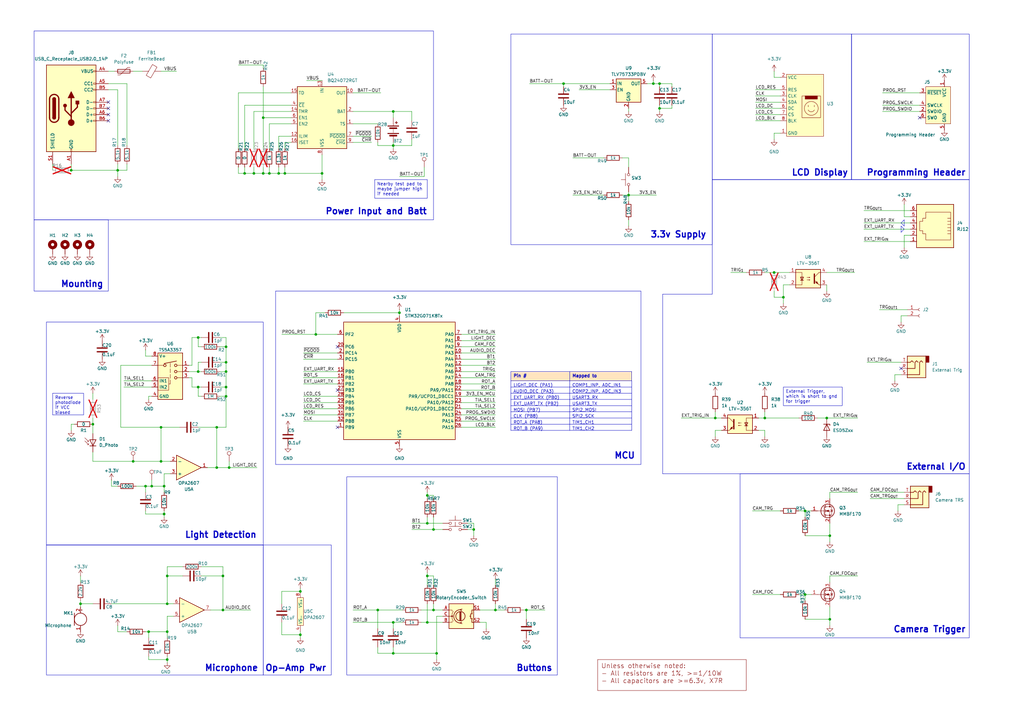
<source format=kicad_sch>
(kicad_sch (version 20250114) (generator "eeschema") (generator_version "9.0")
  (paper "A3")
  (title_block (title "Remote Camera Shutter") (date "2025-04-13") (rev "2") (comment 1 "JB") (comment 2 "E1011"))
  (rectangle (start 13.97 12.7) (end 177.8 90.17))
  (rectangle (start 19.05 132.08) (end 107.95 223.52))
  (rectangle (start 113.03 119.38) (end 262.89 190.5))
  (rectangle (start 19.05 223.52) (end 107.95 276.86))
  (rectangle (start 349.25 13.97) (end 397.51 73.66))
  (rectangle (start 142.24 195.58) (end 228.6 276.86))
  (rectangle (start 292.1 13.97) (end 349.25 73.66))
  (rectangle (start 303.53 194.31) (end 397.51 261.62))
  (rectangle (start 209.55 13.97) (end 292.1 100.33))
  (rectangle (start 13.97 90.17) (end 44.45 119.38))
  (rectangle (start 107.95 223.52) (end 135.89 276.86))
  (text "External I/O" (at 396.24 193.04 0) (effects (font (size 2.54 2.54) (thickness 0.508) (bold yes)) (justify right bottom)))
  (text "3.3v Supply" (at 289.814 97.79 0) (effects (font (size 2.54 2.54) (thickness 0.508) (bold yes)) (justify right bottom)))
  (text "Camera Trigger" (at 396.24 259.715 0) (effects (font (size 2.54 2.54) (thickness 0.508) (bold yes)) (justify right bottom)))
  (text "Light Detection" (at 105.41 220.98 0) (effects (font (size 2.54 2.54) (thickness 0.508) (bold yes)) (justify right bottom)))
  (text "Op-Amp Pwr" (at 133.985 275.59 0) (effects (font (size 2.54 2.54) (thickness 0.508) (bold yes)) (justify right bottom)))
  (text "Power Input and Batt" (at 175.26 88.265 0) (effects (font (size 2.54 2.54) (thickness 0.508) (bold yes)) (justify right bottom)))
  (text "MCU" (at 260.604 188.468 0) (effects (font (size 2.54 2.54) (thickness 0.508) (bold yes)) (justify right bottom)))
  (text "Microphone" (at 106.045 275.59 0) (effects (font (size 2.54 2.54) (thickness 0.508) (bold yes)) (justify right bottom)))
  (text "Mounting" (at 42.545 118.11 0) (effects (font (size 2.54 2.54) (thickness 0.508) (bold yes)) (justify right bottom)))
  (text "Programming Header" (at 396.24 72.39 0) (effects (font (size 2.54 2.54) (thickness 0.508) (bold yes)) (justify right bottom)))
  (text "Buttons" (at 226.695 275.59 0) (effects (font (size 2.54 2.54) (thickness 0.508) (bold yes)) (justify right bottom)))
  (text "LCD Display" (at 347.98 72.39 0) (effects (font (size 2.54 2.54) (thickness 0.508) (bold yes)) (justify right bottom)))
  (text_box "Nearby test pad to maybe jumper high if needed" (at 153.67 73.66 0) (size 21.59 7.62) (margins 0.9525 0.9525 0.9525 0.9525) (effects (font (size 1.27 1.27)) (justify left top)))
  (text_box "Reverse photodiode if VCC biased" (at 21.59 161.29 0) (size 12.7 8.89) (margins 0.9525 0.9525 0.9525 0.9525) (effects (font (size 1.27 1.27)) (justify left top)))
  (text_box "External Trigger, which is short to gnd for trigger" (at 321.31 158.75 0) (size 24.13 7.62) (margins 0.9525 0.9525 0.9525 0.9525) (effects (font (size 1.27 1.27)) (justify left top)))
  (text_box "Unless otherwise noted:\n- All resistors are 1%, >=1/10W\n- All capacitors are >=6.3v, X7R" (at 245.11 270.51 0) (size 60.96 12.7) (margins 1.4288 1.4288 1.4288 1.4288) (stroke (width 0) (color 132 0 0 1)) (effects (font (size 1.905 1.905)) (justify left top)))
  (junction (at 116.84 71.12))
  (junction (at 54.61 189.23))
  (junction (at 107.95 71.12))
  (junction (at 330.2 209.55))
  (junction (at 114.3 71.12))
  (junction (at 91.44 250.19))
  (junction (at 92.71 148.59))
  (junction (at 132.08 71.12))
  (junction (at 163.83 128.27))
  (junction (at 267.97 34.29))
  (junction (at 92.71 142.24))
  (junction (at 340.36 254))
  (junction (at 270.51 34.29))
  (junction (at 194.31 217.17))
  (junction (at 81.28 138.43))
  (junction (at 270.51 44.45))
  (junction (at 161.29 45.72))
  (junction (at 66.04 175.26))
  (junction (at 123.19 242.57))
  (junction (at 88.9 191.77))
  (junction (at 68.58 247.65))
  (junction (at 92.71 162.56))
  (junction (at 179.07 267.97))
  (junction (at 81.28 158.75))
  (junction (at 62.23 199.39))
  (junction (at 67.31 210.82))
  (junction (at 330.2 243.84))
  (junction (at 92.71 152.4))
  (junction (at 231.14 34.29))
  (junction (at 257.81 80.01))
  (junction (at 123.19 260.35))
  (junction (at 81.28 152.4))
  (junction (at 66.04 189.23))
  (junction (at 340.36 219.71))
  (junction (at 110.49 71.12))
  (junction (at 215.9 250.19))
  (junction (at 68.58 270.51))
  (junction (at 175.26 255.27))
  (junction (at 92.71 158.75))
  (junction (at 107.95 48.26))
  (junction (at 104.14 71.12))
  (junction (at 68.58 236.22))
  (junction (at 321.31 121.92))
  (junction (at 313.69 171.45))
  (junction (at 91.44 236.22))
  (junction (at 161.29 267.97))
  (junction (at 88.9 175.26))
  (junction (at 175.26 236.22))
  (junction (at 175.26 203.2))
  (junction (at 154.94 250.19))
  (junction (at 68.58 259.08))
  (junction (at 175.26 214.63))
  (junction (at 59.69 199.39))
  (junction (at 93.98 191.77))
  (junction (at 339.09 171.45))
  (junction (at 177.8 250.19))
  (junction (at 33.02 247.65))
  (junction (at 161.29 255.27))
  (junction (at 177.8 217.17))
  (junction (at 203.2 250.19))
  (junction (at 38.1 173.99))
  (junction (at 48.26 69.85))
  (junction (at 129.54 137.16))
  (junction (at 317.5 111.76))
  (junction (at 293.37 171.45))
  (junction (at 29.21 69.85))
  (junction (at 67.31 199.39))
  (junction (at 100.33 71.12))
  (junction (at 161.29 59.69))
  (junction (at 60.96 259.08))
  (no_connect (at 138.43 142.24))
  (no_connect (at 44.45 41.91))
  (no_connect (at 377.19 48.26))
  (no_connect (at 138.43 160.02))
  (no_connect (at 44.45 44.45))
  (no_connect (at 138.43 175.26))
  (no_connect (at 44.45 46.99))
  (no_connect (at 44.45 49.53))
  (no_connect (at 369.57 151.13))
  (wire (pts (xy 270.51 43.18) (xy 270.51 44.45)))
  (wire (pts (xy 54.61 189.23) (xy 66.04 189.23)))
  (wire (pts (xy 144.78 58.42) (xy 152.4 58.42)))
  (wire (pts (xy 100.33 71.12) (xy 97.79 71.12)))
  (wire (pts (xy 81.28 138.43) (xy 82.55 138.43)))
  (wire (pts (xy 77.47 149.86) (xy 78.74 149.86)))
  (wire (pts (xy 317.5 31.75) (xy 320.04 31.75)))
  (wire (pts (xy 217.17 34.29) (xy 231.14 34.29)))
  (wire (pts (xy 189.23 147.32) (xy 203.2 147.32)))
  (wire (pts (xy 48.26 259.08) (xy 52.07 259.08)))
  (wire (pts (xy 173.99 68.58) (xy 173.99 72.39)))
  (wire (pts (xy 177.8 247.65) (xy 177.8 250.19)))
  (wire (pts (xy 138.43 144.78) (xy 124.46 144.78)))
  (wire (pts (xy 370.84 83.82) (xy 370.84 88.9)))
  (wire (pts (xy 49.53 175.26) (xy 66.04 175.26)))
  (wire (pts (xy 177.8 212.09) (xy 177.8 217.17)))
  (wire (pts (xy 370.84 96.52) (xy 370.84 101.6)))
  (wire (pts (xy 115.57 242.57) (xy 123.19 242.57)))
  (wire (pts (xy 275.59 34.29) (xy 275.59 35.56)))
  (polyline (pts (xy 292.1 73.66) (xy 292.1 120.65)))
  (wire (pts (xy 92.71 142.24) (xy 92.71 138.43)))
  (wire (pts (xy 203.2 247.65) (xy 203.2 250.19)))
  (wire (pts (xy 330.2 219.71) (xy 340.36 219.71)))
  (polyline (pts (xy 271.78 120.65) (xy 271.78 194.31)))
  (wire (pts (xy 124.46 170.18) (xy 138.43 170.18)))
  (wire (pts (xy 309.88 44.45) (xy 320.04 44.45)))
  (wire (pts (xy 97.79 38.1) (xy 119.38 38.1)))
  (wire (pts (xy 191.77 217.17) (xy 194.31 217.17)))
  (polyline (pts (xy 370.84 93.98) (xy 369.57 92.71)))
  (wire (pts (xy 119.38 58.42) (xy 116.84 58.42)))
  (wire (pts (xy 257.81 64.77) (xy 257.81 68.58)))
  (wire (pts (xy 115.57 260.35) (xy 115.57 255.27)))
  (wire (pts (xy 267.97 33.02) (xy 267.97 34.29)))
  (wire (pts (xy 33.02 247.65) (xy 38.1 247.65)))
  (wire (pts (xy 107.95 26.67) (xy 107.95 27.94)))
  (wire (pts (xy 267.97 34.29) (xy 265.43 34.29)))
  (wire (pts (xy 231.14 34.29) (xy 250.19 34.29)))
  (polyline (pts (xy 397.51 73.66) (xy 292.1 73.66)))
  (wire (pts (xy 124.46 162.56) (xy 138.43 162.56)))
  (wire (pts (xy 124.46 152.4) (xy 138.43 152.4)))
  (wire (pts (xy 293.37 168.91) (xy 293.37 171.45)))
  (wire (pts (xy 67.31 199.39) (xy 67.31 194.31)))
  (wire (pts (xy 92.71 152.4) (xy 92.71 148.59)))
  (wire (pts (xy 48.26 36.83) (xy 44.45 36.83)))
  (wire (pts (xy 72.39 29.21) (xy 66.04 29.21)))
  (wire (pts (xy 116.84 68.58) (xy 116.84 71.12)))
  (wire (pts (xy 161.29 255.27) (xy 161.29 257.81)))
  (wire (pts (xy 138.43 147.32) (xy 124.46 147.32)))
  (wire (pts (xy 66.04 175.26) (xy 73.66 175.26)))
  (wire (pts (xy 116.84 58.42) (xy 116.84 60.96)))
  (polyline (pts (xy 369.57 91.44) (xy 370.84 92.71)))
  (wire (pts (xy 100.33 43.18) (xy 119.38 43.18)))
  (wire (pts (xy 317.5 54.61) (xy 320.04 54.61)))
  (wire (pts (xy 313.69 111.76) (xy 317.5 111.76)))
  (wire (pts (xy 293.37 179.07) (xy 293.37 176.53)))
  (wire (pts (xy 144.78 55.88) (xy 152.4 55.88)))
  (wire (pts (xy 144.78 38.1) (xy 156.21 38.1)))
  (wire (pts (xy 189.23 144.78) (xy 203.2 144.78)))
  (wire (pts (xy 59.69 143.51) (xy 59.69 146.05)))
  (wire (pts (xy 368.3 207.01) (xy 370.84 207.01)))
  (wire (pts (xy 38.1 185.42) (xy 38.1 189.23)))
  (wire (pts (xy 74.93 232.41) (xy 68.58 232.41)))
  (wire (pts (xy 100.33 68.58) (xy 100.33 71.12)))
  (wire (pts (xy 68.58 247.65) (xy 71.12 247.65)))
  (wire (pts (xy 115.57 137.16) (xy 129.54 137.16)))
  (wire (pts (xy 203.2 250.19) (xy 207.01 250.19)))
  (wire (pts (xy 177.8 250.19) (xy 181.61 250.19)))
  (wire (pts (xy 367.03 153.67) (xy 367.03 156.21)))
  (wire (pts (xy 313.69 168.91) (xy 313.69 171.45)))
  (wire (pts (xy 55.88 199.39) (xy 59.69 199.39)))
  (wire (pts (xy 132.08 73.66) (xy 132.08 71.12)))
  (wire (pts (xy 340.36 214.63) (xy 340.36 219.71)))
  (polyline (pts (xy 397.51 194.31) (xy 397.51 73.66)))
  (wire (pts (xy 330.2 209.55) (xy 330.2 212.09)))
  (wire (pts (xy 354.33 86.36) (xy 373.38 86.36)))
  (wire (pts (xy 125.73 33.02) (xy 132.08 33.02)))
  (wire (pts (xy 175.26 255.27) (xy 175.26 247.65)))
  (wire (pts (xy 175.26 236.22) (xy 175.26 240.03)))
  (wire (pts (xy 123.19 260.35) (xy 115.57 260.35)))
  (wire (pts (xy 45.72 199.39) (xy 48.26 199.39)))
  (wire (pts (xy 33.02 246.38) (xy 33.02 247.65)))
  (wire (pts (xy 48.26 69.85) (xy 48.26 72.39)))
  (wire (pts (xy 68.58 261.62) (xy 68.58 259.08)))
  (wire (pts (xy 60.96 163.83) (xy 60.96 162.56)))
  (wire (pts (xy 116.84 71.12) (xy 132.08 71.12)))
  (wire (pts (xy 330.2 243.84) (xy 332.74 243.84)))
  (wire (pts (xy 92.71 162.56) (xy 92.71 175.26)))
  (wire (pts (xy 60.96 259.08) (xy 60.96 261.62)))
  (wire (pts (xy 144.78 255.27) (xy 161.29 255.27)))
  (wire (pts (xy 154.94 267.97) (xy 154.94 265.43)))
  (wire (pts (xy 45.72 247.65) (xy 68.58 247.65)))
  (wire (pts (xy 107.95 71.12) (xy 110.49 71.12)))
  (wire (pts (xy 110.49 50.8) (xy 119.38 50.8)))
  (wire (pts (xy 189.23 167.64) (xy 203.2 167.64)))
  (wire (pts (xy 48.26 69.85) (xy 52.07 69.85)))
  (wire (pts (xy 124.46 157.48) (xy 138.43 157.48)))
  (wire (pts (xy 189.23 137.16) (xy 203.2 137.16)))
  (wire (pts (xy 373.38 96.52) (xy 370.84 96.52)))
  (wire (pts (xy 60.96 269.24) (xy 60.96 270.51)))
  (wire (pts (xy 104.14 71.12) (xy 107.95 71.12)))
  (wire (pts (xy 355.6 148.59) (xy 369.57 148.59)))
  (wire (pts (xy 67.31 210.82) (xy 67.31 209.55)))
  (wire (pts (xy 59.69 199.39) (xy 62.23 199.39)))
  (wire (pts (xy 66.04 189.23) (xy 69.85 189.23)))
  (wire (pts (xy 354.33 91.44) (xy 373.38 91.44)))
  (wire (pts (xy 367.03 153.67) (xy 369.57 153.67)))
  (wire (pts (xy 49.53 149.86) (xy 49.53 175.26)))
  (wire (pts (xy 52.07 34.29) (xy 44.45 34.29)))
  (wire (pts (xy 38.1 171.45) (xy 38.1 173.99)))
  (polyline (pts (xy 369.57 91.44) (xy 370.84 90.17)))
  (wire (pts (xy 59.69 199.39) (xy 59.69 201.93)))
  (wire (pts (xy 196.85 250.19) (xy 203.2 250.19)))
  (wire (pts (xy 175.26 201.93) (xy 175.26 203.2)))
  (wire (pts (xy 340.36 236.22) (xy 340.36 238.76)))
  (wire (pts (xy 60.96 162.56) (xy 62.23 162.56)))
  (wire (pts (xy 161.29 255.27) (xy 165.1 255.27)))
  (wire (pts (xy 90.17 158.75) (xy 92.71 158.75)))
  (wire (pts (xy 91.44 250.19) (xy 102.87 250.19)))
  (wire (pts (xy 189.23 149.86) (xy 203.2 149.86)))
  (wire (pts (xy 59.69 259.08) (xy 60.96 259.08)))
  (wire (pts (xy 279.4 171.45) (xy 293.37 171.45)))
  (wire (pts (xy 360.68 127) (xy 372.11 127)))
  (wire (pts (xy 189.23 152.4) (xy 203.2 152.4)))
  (wire (pts (xy 189.23 170.18) (xy 203.2 170.18)))
  (wire (pts (xy 88.9 191.77) (xy 85.09 191.77)))
  (wire (pts (xy 52.07 34.29) (xy 52.07 59.69)))
  (wire (pts (xy 373.38 88.9) (xy 370.84 88.9)))
  (wire (pts (xy 107.95 68.58) (xy 107.95 71.12)))
  (wire (pts (xy 270.51 34.29) (xy 275.59 34.29)))
  (wire (pts (xy 58.42 29.21) (xy 54.61 29.21)))
  (wire (pts (xy 327.66 171.45) (xy 313.69 171.45)))
  (wire (pts (xy 189.23 157.48) (xy 203.2 157.48)))
  (wire (pts (xy 82.55 162.56) (xy 81.28 162.56)))
  (wire (pts (xy 82.55 236.22) (xy 91.44 236.22)))
  (wire (pts (xy 340.36 254) (xy 340.36 256.54)))
  (wire (pts (xy 38.1 173.99) (xy 38.1 177.8)))
  (wire (pts (xy 62.23 199.39) (xy 62.23 196.85)))
  (wire (pts (xy 173.99 72.39) (xy 163.83 72.39)))
  (wire (pts (xy 361.95 43.18) (xy 377.19 43.18)))
  (wire (pts (xy 161.29 59.69) (xy 154.94 59.69)))
  (wire (pts (xy 114.3 55.88) (xy 119.38 55.88)))
  (wire (pts (xy 321.31 116.84) (xy 323.85 116.84)))
  (wire (pts (xy 104.14 45.72) (xy 119.38 45.72)))
  (wire (pts (xy 309.88 46.99) (xy 320.04 46.99)))
  (wire (pts (xy 175.26 212.09) (xy 175.26 214.63)))
  (wire (pts (xy 129.54 128.27) (xy 129.54 137.16)))
  (wire (pts (xy 368.3 209.55) (xy 368.3 207.01)))
  (polyline (pts (xy 292.1 120.65) (xy 271.78 120.65)))
  (wire (pts (xy 68.58 232.41) (xy 68.58 236.22)))
  (wire (pts (xy 327.66 243.84) (xy 330.2 243.84)))
  (wire (pts (xy 189.23 172.72) (xy 203.2 172.72)))
  (wire (pts (xy 293.37 176.53) (xy 295.91 176.53)))
  (wire (pts (xy 175.26 203.2) (xy 177.8 203.2)))
  (wire (pts (xy 161.29 267.97) (xy 154.94 267.97)))
  (wire (pts (xy 340.36 222.25) (xy 340.36 219.71)))
  (wire (pts (xy 77.47 154.94) (xy 78.74 154.94)))
  (wire (pts (xy 335.28 171.45) (xy 339.09 171.45)))
  (wire (pts (xy 330.2 243.84) (xy 330.2 246.38)))
  (wire (pts (xy 48.26 256.54) (xy 48.26 259.08)))
  (wire (pts (xy 60.96 270.51) (xy 68.58 270.51)))
  (wire (pts (xy 275.59 44.45) (xy 275.59 43.18)))
  (wire (pts (xy 161.29 60.96) (xy 161.29 59.69)))
  (wire (pts (xy 144.78 250.19) (xy 154.94 250.19)))
  (wire (pts (xy 313.69 171.45) (xy 311.15 171.45)))
  (wire (pts (xy 189.23 154.94) (xy 203.2 154.94)))
  (wire (pts (xy 104.14 60.96) (xy 104.14 45.72)))
  (wire (pts (xy 339.09 116.84) (xy 339.09 119.38)))
  (wire (pts (xy 177.8 236.22) (xy 177.8 240.03)))
  (wire (pts (xy 45.72 196.85) (xy 45.72 199.39)))
  (wire (pts (xy 29.21 173.99) (xy 30.48 173.99)))
  (wire (pts (xy 189.23 142.24) (xy 203.2 142.24)))
  (wire (pts (xy 309.88 41.91) (xy 320.04 41.91)))
  (wire (pts (xy 163.83 128.27) (xy 163.83 129.54)))
  (wire (pts (xy 309.88 36.83) (xy 320.04 36.83)))
  (wire (pts (xy 88.9 191.77) (xy 93.98 191.77)))
  (wire (pts (xy 132.08 63.5) (xy 132.08 71.12)))
  (wire (pts (xy 115.57 247.65) (xy 115.57 242.57)))
  (wire (pts (xy 356.87 201.93) (xy 370.84 201.93)))
  (wire (pts (xy 66.04 175.26) (xy 66.04 189.23)))
  (wire (pts (xy 29.21 67.31) (xy 29.21 69.85)))
  (wire (pts (xy 317.5 29.21) (xy 317.5 31.75)))
  (wire (pts (xy 114.3 68.58) (xy 114.3 71.12)))
  (wire (pts (xy 181.61 255.27) (xy 175.26 255.27)))
  (wire (pts (xy 124.46 165.1) (xy 138.43 165.1)))
  (wire (pts (xy 175.26 204.47) (xy 175.26 203.2)))
  (wire (pts (xy 107.95 35.56) (xy 107.95 48.26)))
  (wire (pts (xy 257.81 78.74) (xy 257.81 80.01)))
  (polyline (pts (xy 271.78 194.31) (xy 397.51 194.31)))
  (wire (pts (xy 110.49 71.12) (xy 114.3 71.12)))
  (wire (pts (xy 237.49 36.83) (xy 250.19 36.83)))
  (wire (pts (xy 161.29 267.97) (xy 161.29 265.43)))
  (wire (pts (xy 199.39 255.27) (xy 196.85 255.27)))
  (wire (pts (xy 81.28 158.75) (xy 82.55 158.75)))
  (wire (pts (xy 313.69 176.53) (xy 311.15 176.53)))
  (polyline (pts (xy 369.57 92.71) (xy 369.57 95.25)))
  (wire (pts (xy 62.23 199.39) (xy 67.31 199.39)))
  (wire (pts (xy 144.78 45.72) (xy 161.29 45.72)))
  (wire (pts (xy 78.74 158.75) (xy 81.28 158.75)))
  (wire (pts (xy 369.57 129.54) (xy 372.11 129.54)))
  (wire (pts (xy 214.63 250.19) (xy 215.9 250.19)))
  (wire (pts (xy 74.93 236.22) (xy 68.58 236.22)))
  (wire (pts (xy 119.38 48.26) (xy 107.95 48.26)))
  (wire (pts (xy 97.79 60.96) (xy 97.79 38.1)))
  (wire (pts (xy 46.99 29.21) (xy 44.45 29.21)))
  (wire (pts (xy 175.26 234.95) (xy 175.26 236.22)))
  (wire (pts (xy 267.97 34.29) (xy 270.51 34.29)))
  (wire (pts (xy 189.23 160.02) (xy 203.2 160.02)))
  (wire (pts (xy 257.81 90.17) (xy 257.81 92.71)))
  (wire (pts (xy 68.58 252.73) (xy 71.12 252.73)))
  (wire (pts (xy 59.69 146.05) (xy 62.23 146.05)))
  (wire (pts (xy 100.33 71.12) (xy 104.14 71.12)))
  (wire (pts (xy 168.91 49.53) (xy 168.91 45.72)))
  (wire (pts (xy 293.37 171.45) (xy 295.91 171.45)))
  (wire (pts (xy 81.28 148.59) (xy 81.28 152.4)))
  (wire (pts (xy 339.09 171.45) (xy 351.79 171.45)))
  (wire (pts (xy 82.55 142.24) (xy 81.28 142.24)))
  (wire (pts (xy 91.44 250.19) (xy 91.44 236.22)))
  (wire (pts (xy 60.96 259.08) (xy 68.58 259.08)))
  (wire (pts (xy 154.94 250.19) (xy 165.1 250.19)))
  (wire (pts (xy 38.1 189.23) (xy 54.61 189.23)))
  (wire (pts (xy 255.27 64.77) (xy 257.81 64.77)))
  (wire (pts (xy 321.31 121.92) (xy 321.31 124.46)))
  (wire (pts (xy 255.27 80.01) (xy 257.81 80.01)))
  (wire (pts (xy 321.31 121.92) (xy 317.5 121.92)))
  (wire (pts (xy 92.71 142.24) (xy 92.71 148.59)))
  (wire (pts (xy 161.29 48.26) (xy 161.29 45.72)))
  (wire (pts (xy 308.61 209.55) (xy 320.04 209.55)))
  (wire (pts (xy 309.88 39.37) (xy 320.04 39.37)))
  (wire (pts (xy 330.2 209.55) (xy 332.74 209.55)))
  (wire (pts (xy 189.23 162.56) (xy 203.2 162.56)))
  (wire (pts (xy 270.51 44.45) (xy 270.51 45.72)))
  (wire (pts (xy 194.31 217.17) (xy 194.31 214.63)))
  (wire (pts (xy 90.17 152.4) (xy 92.71 152.4)))
  (wire (pts (xy 59.69 210.82) (xy 67.31 210.82)))
  (wire (pts (xy 68.58 236.22) (xy 68.58 247.65)))
  (wire (pts (xy 97.79 68.58) (xy 97.79 71.12)))
  (wire (pts (xy 161.29 59.69) (xy 161.29 58.42)))
  (wire (pts (xy 309.88 49.53) (xy 320.04 49.53)))
  (wire (pts (xy 123.19 261.62) (xy 123.19 260.35)))
  (wire (pts (xy 172.72 250.19) (xy 177.8 250.19)))
  (wire (pts (xy 107.95 48.26) (xy 107.95 60.96)))
  (wire (pts (xy 172.72 255.27) (xy 175.26 255.27)))
  (wire (pts (xy 194.31 219.71) (xy 194.31 217.17)))
  (wire (pts (xy 78.74 149.86) (xy 78.74 138.43)))
  (wire (pts (xy 189.23 165.1) (xy 203.2 165.1)))
  (wire (pts (xy 168.91 59.69) (xy 161.29 59.69)))
  (wire (pts (xy 299.72 111.76) (xy 306.07 111.76)))
  (wire (pts (xy 351.79 236.22) (xy 340.36 236.22)))
  (wire (pts (xy 123.19 260.35) (xy 123.19 259.08)))
  (wire (pts (xy 78.74 154.94) (xy 78.74 158.75)))
  (wire (pts (xy 38.1 161.29) (xy 38.1 163.83)))
  (wire (pts (xy 177.8 236.22) (xy 175.26 236.22)))
  (wire (pts (xy 215.9 250.19) (xy 223.52 250.19)))
  (wire (pts (xy 114.3 60.96) (xy 114.3 55.88)))
  (wire (pts (xy 29.21 69.85) (xy 48.26 69.85)))
  (wire (pts (xy 356.87 204.47) (xy 370.84 204.47)))
  (wire (pts (xy 327.66 209.55) (xy 330.2 209.55)))
  (wire (pts (xy 123.19 241.3) (xy 123.19 242.57)))
  (wire (pts (xy 92.71 175.26) (xy 88.9 175.26)))
  (wire (pts (xy 90.17 138.43) (xy 92.71 138.43)))
  (wire (pts (xy 351.79 201.93) (xy 340.36 201.93)))
  (wire (pts (xy 179.07 252.73) (xy 181.61 252.73)))
  (wire (pts (xy 340.36 248.92) (xy 340.36 254)))
  (wire (pts (xy 313.69 179.07) (xy 313.69 176.53)))
  (wire (pts (xy 129.54 137.16) (xy 138.43 137.16)))
  (wire (pts (xy 92.71 162.56) (xy 90.17 162.56)))
  (wire (pts (xy 92.71 148.59) (xy 90.17 148.59)))
  (wire (pts (xy 340.36 201.93) (xy 340.36 204.47)))
  (wire (pts (xy 48.26 36.83) (xy 48.26 59.69)))
  (wire (pts (xy 270.51 35.56) (xy 270.51 34.29)))
  (wire (pts (xy 189.23 139.7) (xy 203.2 139.7)))
  (wire (pts (xy 154.94 59.69) (xy 154.94 58.42)))
  (wire (pts (xy 354.33 93.98) (xy 373.38 93.98)))
  (wire (pts (xy 354.33 99.06) (xy 373.38 99.06)))
  (wire (pts (xy 110.49 68.58) (xy 110.49 71.12)))
  (wire (pts (xy 124.46 172.72) (xy 138.43 172.72)))
  (wire (pts (xy 234.95 64.77) (xy 247.65 64.77)))
  (wire (pts (xy 68.58 259.08) (xy 68.58 252.73)))
  (wire (pts (xy 140.97 128.27) (xy 163.83 128.27)))
  (wire (pts (xy 21.59 67.31) (xy 21.59 69.85)))
  (wire (pts (xy 90.17 142.24) (xy 92.71 142.24)))
  (wire (pts (xy 194.31 214.63) (xy 191.77 214.63)))
  (wire (pts (xy 330.2 254) (xy 340.36 254)))
  (wire (pts (xy 317.5 121.92) (xy 317.5 119.38)))
  (wire (pts (xy 161.29 267.97) (xy 179.07 267.97)))
  (wire (pts (xy 86.36 250.19) (xy 91.44 250.19)))
  (wire (pts (xy 110.49 60.96) (xy 110.49 50.8)))
  (wire (pts (xy 104.14 68.58) (xy 104.14 71.12)))
  (wire (pts (xy 91.44 236.22) (xy 91.44 232.41)))
  (wire (pts (xy 234.95 80.01) (xy 247.65 80.01)))
  (wire (pts (xy 231.14 34.29) (xy 231.14 35.56)))
  (wire (pts (xy 52.07 67.31) (xy 52.07 69.85)))
  (wire (pts (xy 361.95 45.72) (xy 377.19 45.72)))
  (wire (pts (xy 33.02 247.65) (xy 33.02 248.92)))
  (wire (pts (xy 215.9 250.19) (xy 215.9 254)))
  (polyline (pts (xy 370.84 90.17) (xy 370.84 92.71)))
  (wire (pts (xy 50.8 156.21) (xy 62.23 156.21)))
  (wire (pts (xy 68.58 271.78) (xy 68.58 270.51)))
  (wire (pts (xy 59.69 209.55) (xy 59.69 210.82)))
  (wire (pts (xy 93.98 191.77) (xy 105.41 191.77)))
  (wire (pts (xy 168.91 45.72) (xy 161.29 45.72)))
  (wire (pts (xy 68.58 270.51) (xy 68.58 269.24)))
  (wire (pts (xy 97.79 26.67) (xy 107.95 26.67)))
  (wire (pts (xy 168.91 217.17) (xy 177.8 217.17)))
  (wire (pts (xy 77.47 152.4) (xy 81.28 152.4)))
  (wire (pts (xy 179.07 270.51) (xy 179.07 267.97)))
  (wire (pts (xy 317.5 111.76) (xy 323.85 111.76)))
  (wire (pts (xy 81.28 142.24) (xy 81.28 138.43)))
  (wire (pts (xy 67.31 194.31) (xy 69.85 194.31)))
  (wire (pts (xy 257.81 44.45) (xy 257.81 45.72)))
  (wire (pts (xy 67.31 212.09) (xy 67.31 210.82)))
  (wire (pts (xy 33.02 236.22) (xy 33.02 238.76)))
  (wire (pts (xy 177.8 203.2) (xy 177.8 204.47)))
  (wire (pts (xy 369.57 132.08) (xy 369.57 129.54)))
  (wire (pts (xy 93.98 189.23) (xy 93.98 191.77)))
  (wire (pts (xy 81.28 152.4) (xy 82.55 152.4)))
  (wire (pts (xy 48.26 67.31) (xy 48.26 69.85)))
  (wire (pts (xy 50.8 158.75) (xy 62.23 158.75)))
  (wire (pts (xy 199.39 257.81) (xy 199.39 255.27)))
  (wire (pts (xy 361.95 38.1) (xy 377.19 38.1)))
  (wire (pts (xy 308.61 243.84) (xy 320.04 243.84)))
  (wire (pts (xy 168.91 57.15) (xy 168.91 59.69)))
  (wire (pts (xy 92.71 158.75) (xy 92.71 162.56)))
  (wire (pts (xy 81.28 175.26) (xy 88.9 175.26)))
  (wire (pts (xy 29.21 176.53) (xy 29.21 173.99)))
  (wire (pts (xy 177.8 217.17) (xy 181.61 217.17)))
  (wire (pts (xy 168.91 214.63) (xy 175.26 214.63)))
  (wire (pts (xy 350.52 111.76) (xy 339.09 111.76)))
  (wire (pts (xy 67.31 201.93) (xy 67.31 199.39)))
  (wire (pts (xy 88.9 175.26) (xy 88.9 191.77)))
  (wire (pts (xy 203.2 237.49) (xy 203.2 240.03)))
  (wire (pts (xy 133.35 128.27) (xy 129.54 128.27)))
  (wire (pts (xy 270.51 44.45) (xy 275.59 44.45)))
  (wire (pts (xy 175.26 214.63) (xy 181.61 214.63)))
  (wire (pts (xy 100.33 60.96) (xy 100.33 43.18)))
  (wire (pts (xy 124.46 154.94) (xy 138.43 154.94)))
  (wire (pts (xy 144.78 50.8) (xy 154.94 50.8)))
  (wire (pts (xy 257.81 80.01) (xy 257.81 82.55)))
  (wire (pts (xy 91.44 232.41) (xy 82.55 232.41)))
  (polyline (pts (xy 369.57 95.25) (xy 370.84 93.98)))
  (wire (pts (xy 78.74 138.43) (xy 81.28 138.43)))
  (wire (pts (xy 124.46 167.64) (xy 138.43 167.64)))
  (wire (pts (xy 317.5 57.15) (xy 317.5 54.61)))
  (wire (pts (xy 163.83 127) (xy 163.83 128.27)))
  (wire (pts (xy 114.3 71.12) (xy 116.84 71.12)))
  (wire (pts (xy 154.94 250.19) (xy 154.94 257.81)))
  (wire (pts (xy 92.71 152.4) (xy 92.71 158.75)))
  (wire (pts (xy 82.55 148.59) (xy 81.28 148.59)))
  (wire (pts (xy 62.23 149.86) (xy 49.53 149.86)))
  (wire (pts (xy 189.23 175.26) (xy 203.2 175.26)))
  (wire (pts (xy 321.31 116.84) (xy 321.31 121.92)))
  (wire (pts (xy 179.07 267.97) (xy 179.07 252.73)))
  (wire (pts (xy 81.28 158.75) (xy 81.28 162.56)))
  (wire (pts (xy 257.81 80.01) (xy 269.24 80.01)))
  (table (column_count 2) (border (external yes) (header yes)) (separators (rows yes) (cols yes)) (column_widths 24.13 25.4) (row_heights 3.81 2.54 2.54 2.54 2.54 2.54 2.54 2.54 2.54) (cells (table_cell "Pin #" (at 209.55 152.4 0) (size 24.13 3.81) (margins 0.9525 0.9525 0.9525 0.9525) (span 1 1) (fill (type color) (color 255 229 191 1))) (table_cell "Mapped to" (at 233.68 152.4 0) (size 25.4 3.81) (margins 0.9525 0.9525 0.9525 0.9525) (span 1 1) (fill (type color) (color 255 229 191 1))) (table_cell "LIGHT_DEC (PA1)" (at 209.55 156.21 0) (size 24.13 2.54) (margins 0.9525 0.9525 0.9525 0.9525) (span 1 1)) (table_cell "COMP1_INP, ADC_IN1" (at 233.68 156.21 0) (size 25.4 2.54) (margins 0.9525 0.9525 0.9525 0.9525) (span 1 1)) (table_cell "AUDIO_DEC (PA3)" (at 209.55 158.75 0) (size 24.13 2.54) (margins 0.9525 0.9525 0.9525 0.9525) (span 1 1)) (table_cell "COMP2_INP, ADC_IN3" (at 233.68 158.75 0) (size 25.4 2.54) (margins 0.9525 0.9525 0.9525 0.9525) (span 1 1)) (table_cell "EXT_UART_RX (PB0)" (at 209.55 161.29 0) (size 24.13 2.54) (margins 0.9525 0.9525 0.9525 0.9525) (span 1 1)) (table_cell "USART3_RX" (at 233.68 161.29 0) (size 25.4 2.54) (margins 0.9525 0.9525 0.9525 0.9525) (span 1 1)) (table_cell "EXT_UART_TX (PB2)" (at 209.55 163.83 0) (size 24.13 2.54) (margins 0.9525 0.9525 0.9525 0.9525) (span 1 1)) (table_cell "USART3_TX" (at 233.68 163.83 0) (size 25.4 2.54) (margins 0.9525 0.9525 0.9525 0.9525) (span 1 1)) (table_cell "MOSI (PB7)" (at 209.55 166.37 0) (size 24.13 2.54) (margins 0.9525 0.9525 0.9525 0.9525) (span 1 1)) (table_cell "SPI2_MOSI" (at 233.68 166.37 0) (size 25.4 2.54) (margins 0.9525 0.9525 0.9525 0.9525) (span 1 1)) (table_cell "CLK (PB8)" (at 209.55 168.91 0) (size 24.13 2.54) (margins 0.9525 0.9525 0.9525 0.9525) (span 1 1)) (table_cell "SPI2_SCK" (at 233.68 168.91 0) (size 25.4 2.54) (margins 0.9525 0.9525 0.9525 0.9525) (span 1 1)) (table_cell "ROT_A (PA8)" (at 209.55 171.45 0) (size 24.13 2.54) (margins 0.9525 0.9525 0.9525 0.9525) (span 1 1)) (table_cell "TIM1_CH1" (at 233.68 171.45 0) (size 25.4 2.54) (margins 0.9525 0.9525 0.9525 0.9525) (span 1 1)) (table_cell "ROT_B (PA9)" (at 209.55 173.99 0) (size 24.13 2.54) (margins 0.9525 0.9525 0.9525 0.9525) (span 1 1)) (table_cell "TIM1_CH2" (at 233.68 173.99 0) (size 25.4 2.54) (margins 0.9525 0.9525 0.9525 0.9525) (span 1 1))))
  (label "EXT_UART_RX" (at 354.33 91.44 0))
  (label "AUDIO_DEC" (at 102.87 250.19 180))
  (label "ROT_B" (at 203.2 160.02 180))
  (label "ROT_B" (at 144.78 255.27 0))
  (label "~{CHR}" (at 124.46 147.32 0))
  (label "BATT-OUT" (at 156.21 38.1 180))
  (label "3V3_EN" (at 237.49 36.83 0))
  (label "EXT_TRIG_{IN}" (at 354.33 99.06 0))
  (label "PROG_RST" (at 361.95 38.1 0))
  (label "TIA_SEL1" (at 203.2 165.1 180))
  (label "ROT_A" (at 144.78 250.19 0))
  (label "EXT_TRIG_IN" (at 279.4 171.45 0))
  (label "EXT_TRIG_IN" (at 203.2 137.16 180))
  (label "LCD_RES" (at 309.88 36.83 0))
  (label "TIA_SEL2" (at 203.2 167.64 180))
  (label "ROT_A" (at 203.2 157.48 180))
  (label "CLK" (at 309.88 39.37 0))
  (label "CLK" (at 124.46 172.72 0))
  (label "3V3_EN_MCU" (at 203.2 162.56 180))
  (label "AUDIO_DEC" (at 203.2 144.78 180))
  (label "BT1" (at 203.2 147.32 180))
  (label "ROT_S" (at 124.46 154.94 0))
  (label "CAM_FOC" (at 203.2 142.24 180))
  (label "EXT_TRIG_{IN}" (at 351.79 171.45 180))
  (label "LCD_BLK" (at 203.2 175.26 180))
  (label "PROG_SWDIO" (at 203.2 170.18 180))
  (label "BATT-OUT" (at 234.95 64.77 0))
  (label "LIGHT_DEC" (at 105.41 191.77 180))
  (label "CAM_TRG_{OUT}" (at 356.87 204.47 0))
  (label "CAM_TRG_{OUT}" (at 351.79 201.93 180))
  (label "BT2" (at 203.2 149.86 180))
  (label "BATT-OUT" (at 217.17 34.29 0))
  (label "EXT_UART_TX" (at 354.33 93.98 0))
  (label "CAM_FOC_{OUT}" (at 351.79 236.22 180))
  (label "LCD_RES" (at 124.46 167.64 0))
  (label "~{CHR}" (at 152.4 58.42 180))
  (label "BATT-OUT" (at 97.79 26.67 0))
  (label "PROG_SWCLK" (at 203.2 172.72 180))
  (label "ROT_S" (at 223.52 250.19 180))
  (label "~{PGOOD}" (at 152.4 55.88 180))
  (label "LCD_CS" (at 309.88 46.99 0))
  (label "EXT_UART_RX" (at 124.46 152.4 0))
  (label "BT1" (at 168.91 214.63 0))
  (label "3V3_EN_MCU" (at 234.95 80.01 0))
  (label "TRIG_{1}" (at 299.72 111.76 0))
  (label "PROG_SWCLK" (at 361.95 43.18 0))
  (label "TRIG_{1}" (at 203.2 152.4 180))
  (label "TRG_{OUT}_{1}" (at 360.68 127 0))
  (label "~{PGOOD}" (at 124.46 144.78 0))
  (label "VBUS" (at 125.73 33.02 0))
  (label "TIA_SEL2" (at 50.8 158.75 0))
  (label "PROG_SWDIO" (at 361.95 45.72 0))
  (label "LCD_BLK" (at 309.88 49.53 0))
  (label "BATT-OUT" (at 163.83 72.39 0))
  (label "MOSI" (at 124.46 170.18 0))
  (label "LCD_DC" (at 124.46 165.1 0))
  (label "CAM_TRG" (at 203.2 154.94 180))
  (label "CAM_TRG" (at 308.61 209.55 0))
  (label "BT2" (at 168.91 217.17 0))
  (label "EXT_UART_TX" (at 124.46 157.48 0))
  (label "TRG_{OUT}_{1}" (at 350.52 111.76 180))
  (label "LCD_CS" (at 124.46 162.56 0))
  (label "CAM_FOC" (at 308.61 243.84 0))
  (label "MOSI" (at 309.88 41.91 0))
  (label "TRG_{OUT}_{1}" (at 354.33 86.36 0))
  (label "EXT_TRIG_{IN}" (at 355.6 148.59 0))
  (label "LIGHT_DEC" (at 203.2 139.7 180))
  (label "PROG_RST" (at 115.57 137.16 0))
  (label "CAM_FOC_{OUT}" (at 356.87 201.93 0))
  (label "LCD_DC" (at 309.88 44.45 0))
  (label "VBUS" (at 72.39 29.21 180))
  (label "TIA_SEL1" (at 50.8 156.21 0))
  (label "3V3_EN" (at 269.24 80.01 180))
  (symbol (lib_id "Device:R") (at 168.91 255.27 90) (unit 1)
    (property "Reference" "R30" (at 166.116 254.254 90) (effects (justify left)))
    (property "Value" "1k" (at 168.91 255.27 90))
    (property "Footprint" "Resistor_SMD:R_0805_2012Metric" (effects (hide yes)))
    (property "Description" "Resistor" (effects (hide yes)))
  )
  (symbol (lib_id "power:GND") (at 321.31 124.46 0) (unit 1)
    (property "Reference" "#PWR058" (effects (hide yes)))
    (property "Value" "GND" (at 321.31 128.27 0))
  )
  (symbol (lib_id "power:GND") (at 60.96 163.83 0) (mirror y) (unit 1)
    (property "Reference" "#PWR023" (effects (hide yes)))
    (property "Value" "GND" (at 60.96 167.64 0))
  )
  (symbol (lib_id "power:+3.3V") (at 123.19 241.3 0) (unit 1)
    (property "Reference" "#PWR08" (effects (hide yes)))
    (property "Value" "+3.3V" (at 123.19 237.49 0))
    (property "Description" "Power symbol creates a global label with name \"+3.3V\"" (effects (hide yes)))
  )
  (symbol (lib_id "Device:R") (at 114.3 64.77 0) (unit 1)
    (property "Reference" "R26" (at 115.316 61.976 90) (effects (justify left)))
    (property "Value" "1.3k" (at 114.3 64.77 90))
    (property "Footprint" "Resistor_SMD:R_0805_2012Metric" (effects (hide yes)))
    (property "Description" "Resistor" (effects (hide yes)))
  )
  (symbol (lib_id "Device:R") (at 86.36 142.24 90) (unit 1)
    (property "Reference" "R2" (at 90.805 143.51 90))
    (property "Value" "100k" (at 86.36 142.24 90))
    (property "Footprint" "Resistor_SMD:R_0805_2012Metric" (effects (hide yes)))
    (property "Description" "Resistor" (effects (hide yes)))
  )
  (symbol (lib_id "Device:R") (at 110.49 64.77 0) (unit 1)
    (property "Reference" "R25" (at 111.506 61.976 90) (effects (justify left)))
    (property "Value" "1k" (at 110.49 64.77 90))
    (property "Footprint" "Resistor_SMD:R_0805_2012Metric" (effects (hide yes)))
    (property "Description" "Resistor" (effects (hide yes)))
  )
  (symbol (lib_id "Device:R") (at 52.07 63.5 0) (unit 1)
    (property "Reference" "R18" (at 50.8 60.325 90) (effects (justify left)))
    (property "Value" "5.1k" (at 52.07 63.5 90))
    (property "Footprint" "Resistor_SMD:R_0805_2012Metric" (effects (hide yes)))
    (property "Description" "Resistor" (effects (hide yes)))
  )
  (symbol (lib_id "ProjectSymbols:ts5a3357") (at 69.85 149.86 0) (unit 1)
    (property "Reference" "U6" (at 69.85 140.97 0))
    (property "Value" "TS5A3357" (at 69.85 143.51 0))
    (property "Footprint" "Package_SO:VSSOP-8_2.3x2mm_P0.5mm" (effects (hide yes)))
    (property "Datasheet" "https://www.ti.com/lit/ds/symlink/ts5a3357.pdf" (effects (hide yes)))
  )
  (symbol (lib_id "Connector:Conn_01x02_Socket") (at 377.19 127 0) (unit 1)
    (property "Reference" "J2" (at 378.46 126.9999 0) (effects (justify left)))
    (property "Value" "Conn_01x02_Socket" (effects (hide yes)))
    (property "Footprint" "Connector_PinHeader_2.54mm:PinHeader_1x02_P2.54mm_Vertical" (effects (hide yes)))
    (property "Description" "Generic connector, single row, 01x02, script generated" (effects (hide yes)))
  )
  (symbol (lib_id "power:GND") (at 29.21 176.53 0) (mirror y) (unit 1)
    (property "Reference" "#PWR01" (effects (hide yes)))
    (property "Value" "GND" (at 29.21 180.34 0))
  )
  (symbol (lib_id "Transistor_FET:MMBF170") (at 337.82 243.84 0) (unit 1)
    (property "Reference" "Q4" (at 344.17 242.5699 0) (effects (justify left)))
    (property "Value" "MMBF170" (at 344.17 245.1099 0) (effects (justify left)))
    (property "Footprint" "Package_TO_SOT_SMD:SOT-23" (effects (hide yes)))
    (property "Datasheet" "https://www.diodes.com/assets/Datasheets/ds30104.pdf" (effects (hide yes)))
    (property "Description" "0.5A Id, 60V Vds, N-Channel MOSFET, SOT-23" (effects (hide yes)))
  )
  (symbol (lib_id "power:+3.3V") (at 370.84 83.82 0) (unit 1)
    (property "Reference" "#PWR017" (effects (hide yes)))
    (property "Value" "+3.3V" (at 370.84 80.01 0))
    (property "Description" "Power symbol creates a global label with name \"+3.3V\"" (effects (hide yes)))
  )
  (symbol (lib_id "Device:R") (at 97.79 64.77 0) (unit 1)
    (property "Reference" "R21" (at 98.806 61.976 90) (effects (justify left)))
    (property "Value" "0" (at 97.79 64.77 90))
    (property "Footprint" "Resistor_SMD:R_0805_2012Metric" (effects (hide yes)))
    (property "Description" "Resistor" (effects (hide yes)))
  )
  (symbol (lib_id "Device:R") (at 34.29 173.99 90) (mirror x) (unit 1)
    (property "Reference" "R1" (at 34.29 176.53 90))
    (property "Value" "0" (at 34.29 173.99 90))
    (property "Footprint" "Resistor_SMD:R_0805_2012Metric" (effects (hide yes)))
    (property "Description" "Resistor" (effects (hide yes)))
  )
  (symbol (lib_id "power:GND") (at 340.36 256.54 0) (unit 1)
    (property "Reference" "#PWR041" (effects (hide yes)))
    (property "Value" "GND" (at 340.36 260.35 0))
  )
  (symbol (lib_id "Device:R") (at 67.31 205.74 180) (unit 1)
    (property "Reference" "R9" (at 67.31 201.93 0) (effects (justify right)))
    (property "Value" "10k" (at 67.31 205.74 90))
    (property "Footprint" "Resistor_SMD:R_0805_2012Metric" (effects (hide yes)))
    (property "Description" "Resistor" (effects (hide yes)))
  )
  (symbol (lib_id "power:+3.3V") (at 33.02 236.22 0) (unit 1)
    (property "Reference" "#PWR03" (effects (hide yes)))
    (property "Value" "+3.3V" (at 33.02 232.41 0))
    (property "Description" "Power symbol creates a global label with name \"+3.3V\"" (effects (hide yes)))
  )
  (symbol (lib_id "power:GND") (at 257.81 45.72 0) (unit 1)
    (property "Reference" "#PWR013" (effects (hide yes)))
    (property "Value" "GND" (at 257.81 49.53 0))
    (property "Description" "Power symbol creates a global label with name \"GND\" , ground" (effects (hide yes)))
  )
  (symbol (lib_id "Device:R") (at 68.58 265.43 180) (unit 1)
    (property "Reference" "R19" (at 68.58 261.62 0) (effects (justify right)))
    (property "Value" "10k" (at 68.58 265.43 90))
    (property "Footprint" "Resistor_SMD:R_0805_2012Metric" (effects (hide yes)))
    (property "Description" "Resistor" (effects (hide yes)))
  )
  (symbol (lib_id "Device:R") (at 55.88 259.08 90) (unit 1)
    (property "Reference" "R14" (at 51.435 257.81 90))
    (property "Value" "10k" (at 55.88 259.08 90))
    (property "Footprint" "Resistor_SMD:R_0805_2012Metric" (effects (hide yes)))
    (property "Description" "Resistor" (effects (hide yes)))
  )
  (symbol (lib_id "Device:R") (at 317.5 115.57 0) (unit 1) (dnp yes)
    (property "Reference" "R43" (at 322.58 113.665 0) (effects (justify right)))
    (property "Value" "10k" (at 317.5 115.57 90))
    (property "Footprint" "Resistor_SMD:R_0805_2012Metric" (effects (hide yes)))
    (property "Description" "Resistor" (effects (hide yes)))
  )
  (symbol (lib_id "power:GND") (at 21.59 104.14 0) (unit 1)
    (property "Reference" "#PWR012" (effects (hide yes)))
    (property "Value" "GND" (at 21.59 107.95 0))
  )
  (symbol (lib_id "power:+3.3V") (at 45.72 196.85 0) (unit 1)
    (property "Reference" "#PWR029" (effects (hide yes)))
    (property "Value" "+3.3V" (at 45.72 193.04 0))
    (property "Description" "Power symbol creates a global label with name \"+3.3V\"" (effects (hide yes)))
  )
  (symbol (lib_id "Device:C") (at 270.51 39.37 0) (unit 1)
    (property "Reference" "C13" (at 270.51 36.83 0) (effects (justify left)))
    (property "Value" "10uF" (at 270.51 41.91 0) (effects (justify left)))
    (property "Footprint" "Capacitor_SMD:C_0805_2012Metric" (effects (hide yes)))
  )
  (symbol (lib_id "power:GND") (at 36.83 104.14 0) (unit 1)
    (property "Reference" "#PWR059" (effects (hide yes)))
    (property "Value" "GND" (at 36.83 107.95 0))
  )
  (symbol (lib_id "Device:C") (at 60.96 265.43 180) (unit 1)
    (property "Reference" "C11" (at 60.96 263.525 0) (effects (justify right)))
    (property "Value" "0.1uF" (at 60.96 267.335 0) (effects (justify right)))
    (property "Footprint" "Capacitor_SMD:C_0805_2012Metric" (effects (hide yes)))
    (property "Description" "Unpolarized capacitor" (effects (hide yes)))
  )
  (symbol (lib_id "Device:RotaryEncoder_Switch") (at 189.23 252.73 0) (unit 1)
    (property "Reference" "SW5" (at 189.23 242.57 0))
    (property "Value" "RotaryEncoder_Switch" (at 189.23 245.11 0))
    (property "Footprint" "Rotary_Encoder:RotaryEncoder_Bourns_Vertical_PEC12R-3x17F-Sxxxx" (effects (hide yes)))
    (property "Description" "Rotary encoder, dual channel, incremental quadrate outputs, with switch" (effects (hide yes)))
  )
  (symbol (lib_id "Switch:SW_Push") (at 186.69 214.63 0) (unit 1)
    (property "Reference" "SW1" (at 191.77 213.36 0))
    (property "Value" "SW_Push" (effects (hide yes)))
    (property "Footprint" "Button_Switch_THT:SW_PUSH_6mm" (effects (hide yes)))
  )
  (symbol (lib_id "Connector:TestPoint") (at 173.99 68.58 0) (unit 1)
    (property "Reference" "TP1" (at 173.99 63.5 0))
    (property "Value" "TestPoint" (effects (hide yes)))
    (property "Footprint" "TestPoint:TestPoint_Pad_D1.5mm" (effects (hide yes)))
    (property "Description" "test point" (effects (hide yes)))
  )
  (symbol (lib_id "ProjectSymbols:1.28_ROUND_OLD") (at 331.47 29.21 0) (unit 1)
    (property "Reference" "U3" (at 339.09 42.5449 0) (effects (justify left)))
    (property "Value" "ER-TFTM1.28-1" (effects (hide yes)))
    (property "Footprint" "ProjectLibrary:1.28IN LCD" (effects (hide yes)))
    (property "Datasheet" "https://www.buydisplay.com/download/manual/ER-TFTM1.28-1_Datasheet.pdf" (effects (hide yes)))
  )
  (symbol (lib_id "power:GND") (at 313.69 179.07 0) (unit 1)
    (property "Reference" "#PWR052" (effects (hide yes)))
    (property "Value" "GND" (at 313.69 182.88 0))
    (property "Description" "Power symbol creates a global label with name \"GND\" , ground" (effects (hide yes)))
  )
  (symbol (lib_id "power:GND") (at 161.29 60.96 0) (unit 1)
    (property "Reference" "#PWR032" (effects (hide yes)))
    (property "Value" "GND" (at 161.29 64.77 0))
    (property "Description" "Power symbol creates a global label with name \"GND\" , ground" (effects (hide yes)))
  )
  (symbol (lib_id "power:GND") (at 33.02 259.08 0) (unit 1)
    (property "Reference" "#PWR045" (effects (hide yes)))
    (property "Value" "GND" (at 33.02 262.89 0))
  )
  (symbol (lib_id "power:GND") (at 67.31 212.09 0) (unit 1)
    (property "Reference" "#PWR05" (effects (hide yes)))
    (property "Value" "GND" (at 67.31 215.9 0))
  )
  (symbol (lib_id "Device:R") (at 309.88 111.76 90) (unit 1)
    (property "Reference" "R5" (at 312.42 110.744 90) (effects (justify right)))
    (property "Value" "1k" (at 309.88 111.76 90))
    (property "Footprint" "Resistor_SMD:R_0805_2012Metric" (effects (hide yes)))
    (property "Description" "Resistor" (effects (hide yes)))
  )
  (symbol (lib_id "Device:D_Photo") (at 38.1 180.34 90) (unit 1)
    (property "Reference" "D1" (at 40.64 180.0224 90) (effects (justify right)))
    (property "Value" "D_Photo" (at 40.64 182.5624 90) (effects (justify right)))
    (property "Footprint" "LED_THT:LED_D5.0mm" (effects (hide yes)))
    (property "Description" "Photodiode" (effects (hide yes)))
  )
  (symbol (lib_id "power:GND") (at 339.09 179.07 0) (unit 1)
    (property "Reference" "#PWR06" (effects (hide yes)))
    (property "Value" "GND" (at 339.09 182.88 0))
    (property "Description" "Power symbol creates a global label with name \"GND\" , ground" (effects (hide yes)))
  )
  (symbol (lib_id "Switch:SW_Push") (at 186.69 217.17 0) (unit 1)
    (property "Reference" "SW2" (at 191.77 215.9 0))
    (property "Value" "SW_Push" (effects (hide yes)))
    (property "Footprint" "Button_Switch_THT:SW_PUSH_6mm" (effects (hide yes)))
  )
  (symbol (lib_id "Isolator:LTV-356T") (at 331.47 114.3 0) (unit 1)
    (property "Reference" "U8" (at 331.47 105.41 0))
    (property "Value" "LTV-356T" (at 331.47 107.95 0))
    (property "Footprint" "Package_SO:SO-4_4.4x3.6mm_P2.54mm" (effects (hide yes)))
    (property "Datasheet" "http://optoelectronics.liteon.com/upload/download/DS70-2001-010/S_110_LTV-356T%2020140520.pdf" (effects (hide yes)))
    (property "Description" "DC Optocoupler, Vce 80V, CTR 50%, SO-4" (effects (hide yes)))
  )
  (symbol (lib_id "Device:FerriteBead") (at 62.23 29.21 90) (unit 1)
    (property "Reference" "FB1" (at 62.1792 21.59 90))
    (property "Value" "FerriteBead" (at 62.1792 24.13 90))
    (property "Footprint" "Fuse:Fuse_0805_2012Metric" (effects (hide yes)))
    (property "Description" "Ferrite bead" (effects (hide yes)))
  )
  (symbol (lib_id "Device:R") (at 104.14 64.77 0) (unit 1) (dnp yes)
    (property "Reference" "R23" (at 105.156 61.976 90) (effects (justify left)))
    (property "Value" "x" (at 104.14 64.77 90))
    (property "Footprint" "Resistor_SMD:R_0805_2012Metric" (effects (hide yes)))
    (property "Description" "Resistor" (effects (hide yes)))
  )
  (symbol (lib_id "power:+3.3V") (at 48.26 256.54 0) (unit 1)
    (property "Reference" "#PWR07" (effects (hide yes)))
    (property "Value" "+3.3V" (at 48.26 252.73 0))
    (property "Description" "Power symbol creates a global label with name \"+3.3V\"" (effects (hide yes)))
  )
  (symbol (lib_id "power:GND") (at 41.91 147.32 0) (mirror y) (unit 1)
    (property "Reference" "#PWR060" (effects (hide yes)))
    (property "Value" "GND" (at 41.91 151.13 0))
  )
  (symbol (lib_id "power:GND") (at 31.75 104.14 0) (unit 1)
    (property "Reference" "#PWR057" (effects (hide yes)))
    (property "Value" "GND" (at 31.75 107.95 0))
  )
  (symbol (lib_id "Device:R") (at 251.46 80.01 90) (unit 1)
    (property "Reference" "R50" (at 248.92 81.28 90) (effects (justify left)))
    (property "Value" "1k" (at 251.46 80.01 90))
    (property "Footprint" "Resistor_SMD:R_0805_2012Metric" (effects (hide yes)))
  )
  (symbol (lib_id "power:GND") (at 194.31 219.71 0) (unit 1)
    (property "Reference" "#PWR011" (effects (hide yes)))
    (property "Value" "GND" (at 194.31 223.52 0))
  )
  (symbol (lib_id "power:GND") (at 123.19 261.62 0) (unit 1)
    (property "Reference" "#PWR047" (effects (hide yes)))
    (property "Value" "GND" (at 123.19 266.7 0))
  )
  (symbol (lib_id "Device:R") (at 323.85 209.55 90) (unit 1)
    (property "Reference" "R34" (at 326.39 208.534 90) (effects (justify right)))
    (property "Value" "1k" (at 323.85 209.55 90))
    (property "Footprint" "Resistor_SMD:R_0805_2012Metric" (effects (hide yes)))
    (property "Description" "Resistor" (effects (hide yes)))
  )
  (symbol (lib_id "Device:R") (at 313.69 165.1 0) (unit 1)
    (property "Reference" "R38" (at 316.23 163.8299 0) (effects (justify left)))
    (property "Value" "1k" (at 316.23 166.3699 0) (effects (justify left)))
    (property "Footprint" "Resistor_SMD:R_0805_2012Metric" (effects (hide yes)))
    (property "Description" "Resistor" (effects (hide yes)))
  )
  (symbol (lib_id "power:+3.3V") (at 41.91 139.7 0) (unit 1)
    (property "Reference" "#PWR043" (effects (hide yes)))
    (property "Value" "+3.3V" (at 41.91 135.89 0))
    (property "Description" "Power symbol creates a global label with name \"+3.3V\"" (effects (hide yes)))
  )
  (symbol (lib_id "power:GND") (at 370.84 101.6 0) (unit 1)
    (property "Reference" "#PWR038" (effects (hide yes)))
    (property "Value" "GND" (at 370.84 105.41 0))
  )
  (symbol (lib_id "Device:R") (at 293.37 165.1 0) (unit 1)
    (property "Reference" "R39" (at 295.91 163.8299 0) (effects (justify left)))
    (property "Value" "1k" (at 295.91 166.3699 0) (effects (justify left)))
    (property "Footprint" "Resistor_SMD:R_0805_2012Metric" (effects (hide yes)))
    (property "Description" "Resistor" (effects (hide yes)))
  )
  (symbol (lib_id "Device:R") (at 177.8 243.84 0) (unit 1)
    (property "Reference" "R32" (at 178.816 241.046 90) (effects (justify left)))
    (property "Value" "10k" (at 177.8 243.84 90))
    (property "Footprint" "Resistor_SMD:R_0805_2012Metric" (effects (hide yes)))
    (property "Description" "Resistor" (effects (hide yes)))
  )
  (symbol (lib_id "Device:R") (at 48.26 63.5 0) (unit 1)
    (property "Reference" "R17" (at 46.99 60.325 90) (effects (justify left)))
    (property "Value" "5.1k" (at 48.26 63.5 90))
    (property "Footprint" "Resistor_SMD:R_0805_2012Metric" (effects (hide yes)))
    (property "Description" "Resistor" (effects (hide yes)))
  )
  (symbol (lib_id "Device:Battery") (at 161.29 53.34 0) (unit 1)
    (property "Reference" "BT2" (at 161.29 57.785 0) (effects (justify left)))
    (property "Value" "Battery" (effects (hide yes)))
    (property "Footprint" "Connector_JST:JST_PH_B2B-PH-K_1x02_P2.00mm_Vertical" (effects (hide yes)))
    (property "Description" "Multiple-cell battery" (effects (hide yes)))
  )
  (symbol (lib_id "Device:C") (at 41.91 143.51 180) (unit 1)
    (property "Reference" "C20" (at 41.91 141.605 0) (effects (justify right)))
    (property "Value" "0.1uF" (at 41.91 145.415 0) (effects (justify right)))
    (property "Footprint" "Capacitor_SMD:C_0805_2012Metric" (effects (hide yes)))
    (property "Description" "Unpolarized capacitor" (effects (hide yes)))
  )
  (symbol (lib_id "Device:C") (at 59.69 205.74 180) (unit 1)
    (property "Reference" "C3" (at 59.69 203.835 0) (effects (justify right)))
    (property "Value" "0.1uF" (at 59.69 207.645 0) (effects (justify right)))
    (property "Footprint" "Capacitor_SMD:C_0805_2012Metric" (effects (hide yes)))
    (property "Description" "Unpolarized capacitor" (effects (hide yes)))
  )
  (symbol (lib_id "Device:R") (at 257.81 86.36 0) (unit 1)
    (property "Reference" "R48" (at 256.54 83.82 90) (effects (justify left)))
    (property "Value" "10k" (at 257.81 86.36 90))
    (property "Footprint" "Resistor_SMD:R_0805_2012Metric" (effects (hide yes)))
  )
  (symbol (lib_id "Device:C") (at 154.94 261.62 0) (unit 1)
    (property "Reference" "C9" (at 154.94 259.715 0) (effects (justify left)))
    (property "Value" "10nF" (at 155.575 263.525 0) (effects (justify left)))
    (property "Footprint" "Capacitor_SMD:C_0805_2012Metric" (effects (hide yes)))
    (property "Description" "Unpolarized capacitor" (effects (hide yes)))
  )
  (symbol (lib_id "power:GND") (at 270.51 45.72 0) (unit 1)
    (property "Reference" "#PWR014" (effects (hide yes)))
    (property "Value" "GND" (at 270.51 49.53 0))
    (property "Description" "Power symbol creates a global label with name \"GND\" , ground" (effects (hide yes)))
  )
  (symbol (lib_id "power:GND") (at 231.14 43.18 0) (unit 1)
    (property "Reference" "#PWR036" (effects (hide yes)))
    (property "Value" "GND" (at 231.14 46.99 0))
    (property "Description" "Power symbol creates a global label with name \"GND\" , ground" (effects (hide yes)))
  )
  (symbol (lib_id "Device:R") (at 251.46 64.77 90) (unit 1)
    (property "Reference" "R49" (at 248.92 66.04 90) (effects (justify left)))
    (property "Value" "1k" (at 251.46 64.77 90))
    (property "Footprint" "Resistor_SMD:R_0805_2012Metric" (effects (hide yes)))
  )
  (symbol (lib_id "Device:R") (at 330.2 250.19 180) (unit 1)
    (property "Reference" "R37" (at 329.184 247.65 90) (effects (justify right)))
    (property "Value" "10k" (at 330.2 250.19 90))
    (property "Footprint" "Resistor_SMD:R_0805_2012Metric" (effects (hide yes)))
    (property "Description" "Resistor" (effects (hide yes)))
  )
  (symbol (lib_id "Connector:Conn_ARM_SWD_TagConnect_TC2030-NL") (at 384.81 43.18 0) (mirror y) (unit 1) (in_bom no)
    (property "Reference" "J5" (at 379.095 33.655 0) (effects (justify right)))
    (property "Value" "Programming Header" (at 363.22 55.245 0) (effects (justify right)))
    (property "Footprint" "Connector:Tag-Connect_TC2030-IDC-NL_2x03_P1.27mm_Vertical" (effects (hide yes)))
    (property "Datasheet" "https://www.tag-connect.com/wp-content/uploads/bsk-pdf-manager/TC2030-CTX_1.pdf" (effects (hide yes)))
    (property "Description" "Tag-Connect ARM Cortex SWD JTAG connector, 6 pin, no legs" (effects (hide yes)))
  )
  (symbol (lib_id "power:GND") (at 317.5 57.15 0) (unit 1)
    (property "Reference" "#PWR019" (effects (hide yes)))
    (property "Value" "GND" (at 317.5 62.23 0))
  )
  (symbol (lib_id "Connector:TestPoint") (at 62.23 196.85 0) (unit 1)
    (property "Reference" "TP4" (at 62.865 193.675 0) (effects (justify left)))
    (property "Value" "TestPoint" (effects (hide yes)))
    (property "Footprint" "TestPoint:TestPoint_Keystone_5005-5009_Compact" (effects (hide yes)))
    (property "Description" "test point" (effects (hide yes)))
  )
  (symbol (lib_id "Device:R") (at 137.16 128.27 270) (unit 1)
    (property "Reference" "R41" (at 132.715 129.54 90))
    (property "Value" "10k" (at 137.16 128.27 90))
    (property "Footprint" "Resistor_SMD:R_0805_2012Metric" (effects (hide yes)))
    (property "Description" "Resistor" (effects (hide yes)))
  )
  (symbol (lib_id "Device:C") (at 115.57 251.46 180) (unit 1)
    (property "Reference" "C12" (at 115.57 249.555 0) (effects (justify right)))
    (property "Value" "0.1uF" (at 115.57 253.365 0) (effects (justify right)))
    (property "Footprint" "Capacitor_SMD:C_0805_2012Metric" (effects (hide yes)))
    (property "Description" "Unpolarized capacitor" (effects (hide yes)))
  )
  (symbol (lib_id "power:+3.3V") (at 175.26 201.93 0) (unit 1)
    (property "Reference" "#PWR021" (effects (hide yes)))
    (property "Value" "+3.3V" (at 175.26 198.12 0))
    (property "Description" "Power symbol creates a global label with name \"+3.3V\"" (effects (hide yes)))
  )
  (symbol (lib_id "Device:R") (at 33.02 242.57 180) (unit 1)
    (property "Reference" "R13" (at 34.925 238.76 0))
    (property "Value" "2.2k" (at 33.02 242.57 90))
    (property "Footprint" "Resistor_SMD:R_0805_2012Metric" (effects (hide yes)))
    (property "Description" "Resistor" (effects (hide yes)))
  )
  (symbol (lib_id "Device:R") (at 100.33 64.77 0) (unit 1)
    (property "Reference" "R22" (at 101.346 61.976 90) (effects (justify left)))
    (property "Value" "0" (at 100.33 64.77 90))
    (property "Footprint" "Resistor_SMD:R_0805_2012Metric" (effects (hide yes)))
    (property "Description" "Resistor" (effects (hide yes)))
  )
  (symbol (lib_id "Device:R") (at 38.1 167.64 0) (mirror x) (unit 1) (dnp yes)
    (property "Reference" "R53" (at 40.64 167.64 90))
    (property "Value" "0" (at 38.1 167.64 90))
    (property "Footprint" "Resistor_SMD:R_0805_2012Metric" (effects (hide yes)))
    (property "Description" "Resistor" (effects (hide yes)))
  )
  (symbol (lib_id "Diode:ESD5Zxx") (at 339.09 175.26 270) (unit 1)
    (property "Reference" "D4" (at 341.63 173.9899 90) (effects (justify left)))
    (property "Value" "ESD5Zxx" (at 341.63 176.5299 90) (effects (justify left)))
    (property "Footprint" "Diode_SMD:D_SOD-523" (effects (hide yes)))
    (property "Datasheet" "https://www.onsemi.com/pdf/datasheet/esd5z2.5t1-d.pdf" (effects (hide yes)))
    (property "Description" "ESD Protection Diode, SOD-523" (effects (hide yes)))
  )
  (symbol (lib_id "power:GND") (at 340.36 222.25 0) (unit 1)
    (property "Reference" "#PWR039" (effects (hide yes)))
    (property "Value" "GND" (at 340.36 226.06 0))
  )
  (symbol (lib_id "Device:R") (at 107.95 31.75 0) (unit 1)
    (property "Reference" "R42" (at 108.966 28.956 90) (effects (justify left)))
    (property "Value" "1k" (at 107.95 31.75 90))
    (property "Footprint" "Resistor_SMD:R_0805_2012Metric" (effects (hide yes)))
    (property "Description" "Resistor" (effects (hide yes)))
  )
  (symbol (lib_id "power:GND") (at 387.35 53.34 0) (unit 1)
    (property "Reference" "#PWR042" (effects (hide yes)))
    (property "Value" "GND" (at 387.35 57.15 0))
  )
  (symbol (lib_id "Device:C") (at 86.36 138.43 90) (unit 1)
    (property "Reference" "C6" (at 88.9 137.16 90))
    (property "Value" "1pF" (at 89.535 139.7 90))
    (property "Footprint" "Capacitor_SMD:C_0805_2012Metric" (effects (hide yes)))
    (property "Description" "Unpolarized capacitor" (effects (hide yes)))
  )
  (symbol (lib_id "Device:C") (at 77.47 175.26 90) (unit 1)
    (property "Reference" "C2" (at 80.01 173.99 90))
    (property "Value" "1pF" (at 80.645 176.53 90))
    (property "Footprint" "Capacitor_SMD:C_0805_2012Metric" (effects (hide yes)))
    (property "Description" "Unpolarized capacitor" (effects (hide yes)))
  )
  (symbol (lib_id "Device:R") (at 116.84 64.77 0) (unit 1)
    (property "Reference" "R27" (at 117.856 61.976 90) (effects (justify left)))
    (property "Value" "1k" (at 116.84 64.77 90))
    (property "Footprint" "Resistor_SMD:R_0805_2012Metric" (effects (hide yes)))
    (property "Description" "Resistor" (effects (hide yes)))
  )
  (symbol (lib_id "power:+3.3V") (at 267.97 33.02 0) (unit 1)
    (property "Reference" "#PWR04" (effects (hide yes)))
    (property "Value" "+3.3V" (at 267.97 27.94 0))
    (property "Description" "Power symbol creates a global label with name \"+3.3V\"" (effects (hide yes)))
  )
  (symbol (lib_id "power:+3.3V") (at 118.11 175.26 0) (unit 1)
    (property "Reference" "#PWR024" (effects (hide yes)))
    (property "Value" "+3.3V" (at 118.11 170.18 0))
    (property "Description" "Power symbol creates a global label with name \"+3.3V\"" (effects (hide yes)))
  )
  (symbol (lib_id "power:GND") (at 368.3 209.55 0) (unit 1)
    (property "Reference" "#PWR037" (effects (hide yes)))
    (property "Value" "GND" (at 368.3 213.36 0))
  )
  (symbol (lib_id "power:GND") (at 48.26 72.39 0) (unit 1)
    (property "Reference" "#PWR028" (effects (hide yes)))
    (property "Value" "GND" (at 48.26 76.2 0))
    (property "Description" "Power symbol creates a global label with name \"GND\" , ground" (effects (hide yes)))
  )
  (symbol (lib_id "Device:R") (at 331.47 171.45 90) (unit 1)
    (property "Reference" "R40" (at 331.47 169.545 90))
    (property "Value" "100" (at 331.47 171.45 90))
    (property "Footprint" "Resistor_SMD:R_0805_2012Metric" (effects (hide yes)))
    (property "Description" "Resistor" (effects (hide yes)))
  )
  (symbol (lib_id "Device:C") (at 275.59 39.37 0) (unit 1)
    (property "Reference" "C17" (at 275.59 36.83 0) (effects (justify left)))
    (property "Value" "0.1uF" (at 275.59 41.91 0) (effects (justify left)))
    (property "Footprint" "Capacitor_SMD:C_0805_2012Metric" (effects (hide yes)))
  )
  (symbol (lib_id "Connector_Audio:AudioJack3") (at 374.65 151.13 180) (unit 1)
    (property "Reference" "J1" (at 382.27 149.2249 0) (effects (justify right)))
    (property "Value" "External Trig" (at 382.27 151.7649 0) (effects (justify right)))
    (property "Footprint" "ProjectLibrary:MJ1-2503A" (effects (hide yes)))
    (property "Description" "Audio Jack, 3 Poles (Stereo / TRS)" (effects (hide yes)))
  )
  (symbol (lib_id "Connector_Audio:AudioJack3") (at 375.92 204.47 180) (unit 1)
    (property "Reference" "J6" (at 383.54 202.5649 0) (effects (justify right)))
    (property "Value" "Camera TRS" (at 383.54 205.1049 0) (effects (justify right)))
    (property "Footprint" "ProjectLibrary:MJ1-2503A" (effects (hide yes)))
    (property "Description" "Audio Jack, 3 Poles (Stereo / TRS)" (effects (hide yes)))
  )
  (symbol (lib_id "ProjectSymbols:OPA2607") (at 76.2 250.19 0) (mirror x) (unit 2)
    (property "Reference" "U5" (at 78.74 259.08 0))
    (property "Value" "OPA2607" (at 78.74 256.54 0))
    (property "Footprint" "Package_SO:SOIC-8_3.9x4.9mm_P1.27mm" (effects (hide yes)))
    (property "Datasheet" "https://www.ti.com/lit/ds/symlink/opa607.pdf" (effects (hide yes)))
  )
  (symbol (lib_id "power:+3.3V") (at 293.37 161.29 0) (unit 1)
    (property "Reference" "#PWR054" (effects (hide yes)))
    (property "Value" "+3.3V" (at 293.37 157.48 0))
    (property "Description" "Power symbol creates a global label with name \"+3.3V\"" (effects (hide yes)))
  )
  (symbol (lib_id "power:GND") (at 118.11 182.88 0) (unit 1)
    (property "Reference" "#PWR0101" (effects (hide yes)))
    (property "Value" "GND" (at 118.11 187.96 0))
  )
  (symbol (lib_id "Device:R") (at 203.2 243.84 0) (unit 1)
    (property "Reference" "R33" (at 204.216 241.046 90) (effects (justify left)))
    (property "Value" "10k" (at 203.2 243.84 90))
    (property "Footprint" "Resistor_SMD:R_0805_2012Metric" (effects (hide yes)))
    (property "Description" "Resistor" (effects (hide yes)))
  )
  (symbol (lib_id "power:+3.3V") (at 203.2 237.49 0) (unit 1)
    (property "Reference" "#PWR033" (effects (hide yes)))
    (property "Value" "+3.3V" (at 203.2 233.68 0))
    (property "Description" "Power symbol creates a global label with name \"+3.3V\"" (effects (hide yes)))
  )
  (symbol (lib_id "Switch:SW_Push") (at 257.81 73.66 90) (unit 1)
    (property "Reference" "SW3" (at 260.985 73.025 90))
    (property "Value" "SW_Push" (effects (hide yes)))
    (property "Footprint" "Button_Switch_THT:SW_Tactile_SPST_Angled_PTS645Vx58-2LFS" (effects (hide yes)))
  )
  (symbol (lib_id "power:+3.3V") (at 38.1 161.29 0) (unit 1)
    (property "Reference" "#PWR020" (effects (hide yes)))
    (property "Value" "+3.3V" (at 38.1 157.48 0))
    (property "Description" "Power symbol creates a global label with name \"+3.3V\"" (effects (hide yes)))
  )
  (symbol (lib_id "Device:C") (at 161.29 261.62 0) (unit 1)
    (property "Reference" "C10" (at 161.29 259.715 0) (effects (justify left)))
    (property "Value" "10nF" (at 161.925 263.525 0) (effects (justify left)))
    (property "Footprint" "Capacitor_SMD:C_0805_2012Metric" (effects (hide yes)))
    (property "Description" "Unpolarized capacitor" (effects (hide yes)))
  )
  (symbol (lib_id "Connector:TestPoint") (at 54.61 189.23 0) (unit 1)
    (property "Reference" "TP2" (at 54.61 184.15 0))
    (property "Value" "TestPoint" (effects (hide yes)))
    (property "Footprint" "TestPoint:TestPoint_Keystone_5005-5009_Compact" (effects (hide yes)))
    (property "Description" "test point" (effects (hide yes)))
  )
  (symbol (lib_id "Device:R") (at 175.26 243.84 0) (unit 1)
    (property "Reference" "R31" (at 176.276 241.046 90) (effects (justify left)))
    (property "Value" "10k" (at 175.26 243.84 90))
    (property "Footprint" "Resistor_SMD:R_0805_2012Metric" (effects (hide yes)))
    (property "Description" "Resistor" (effects (hide yes)))
  )
  (symbol (lib_id "Device:C") (at 86.36 148.59 90) (unit 1)
    (property "Reference" "C14" (at 88.9 147.32 90))
    (property "Value" "1pF" (at 89.535 149.86 90))
    (property "Footprint" "Capacitor_SMD:C_0805_2012Metric" (effects (hide yes)))
    (property "Description" "Unpolarized capacitor" (effects (hide yes)))
  )
  (symbol (lib_id "Device:C") (at 118.11 179.07 0) (unit 1)
    (property "Reference" "C5" (at 118.11 176.53 0) (effects (justify left)))
    (property "Value" "0.1uF" (at 118.11 181.61 0) (effects (justify left)))
    (property "Footprint" "Capacitor_SMD:C_0805_2012Metric" (effects (hide yes)))
  )
  (symbol (lib_id "Device:Polyfuse") (at 50.8 29.21 90) (unit 1)
    (property "Reference" "F2" (at 50.8 22.86 90))
    (property "Value" "Polyfuse" (at 50.8 25.4 90))
    (property "Footprint" "Fuse:Fuse_1210_3225Metric_Pad1.42x2.65mm_HandSolder" (effects (hide yes)))
    (property "Description" "Resettable fuse, polymeric positive temperature coefficient" (effects (hide yes)))
  )
  (symbol (lib_id "Connector:TestPoint") (at 93.98 189.23 0) (unit 1)
    (property "Reference" "TP3" (at 93.98 184.15 0))
    (property "Value" "TestPoint" (effects (hide yes)))
    (property "Footprint" "TestPoint:TestPoint_Keystone_5005-5009_Compact" (effects (hide yes)))
    (property "Description" "test point" (effects (hide yes)))
  )
  (symbol (lib_id "power:GND") (at 163.83 182.88 0) (unit 1)
    (property "Reference" "#PWR040" (effects (hide yes)))
    (property "Value" "GND" (at 163.83 187.96 0))
  )
  (symbol (lib_id "power:+3.3V") (at 313.69 161.29 0) (unit 1)
    (property "Reference" "#PWR051" (effects (hide yes)))
    (property "Value" "+3.3V" (at 313.69 157.48 0))
    (property "Description" "Power symbol creates a global label with name \"+3.3V\"" (effects (hide yes)))
  )
  (symbol (lib_id "Device:R") (at 168.91 250.19 90) (unit 1)
    (property "Reference" "R29" (at 166.116 249.174 90) (effects (justify left)))
    (property "Value" "1k" (at 168.91 250.19 90))
    (property "Footprint" "Resistor_SMD:R_0805_2012Metric" (effects (hide yes)))
    (property "Description" "Resistor" (effects (hide yes)))
  )
  (symbol (lib_id "ProjectSymbols:OPA2607") (at 123.19 251.46 0) (unit 3)
    (property "Reference" "U5" (at 124.46 250.698 0) (effects (justify left)))
    (property "Value" "OPA2607" (at 124.46 253.238 0) (effects (justify left)))
    (property "Footprint" "Package_SO:SOIC-8_3.9x4.9mm_P1.27mm" (effects (hide yes)))
    (property "Datasheet" "https://www.ti.com/lit/ds/symlink/opa607.pdf" (effects (hide yes)))
  )
  (symbol (lib_id "power:GND") (at 257.81 92.71 0) (unit 1)
    (property "Reference" "#PWR016" (effects (hide yes)))
    (property "Value" "GND" (at 257.81 96.52 0))
    (property "Description" "Power symbol creates a global label with name \"GND\" , ground" (effects (hide yes)))
  )
  (symbol (lib_id "power:+3.3V") (at 163.83 127 0) (unit 1)
    (property "Reference" "#PWR02" (effects (hide yes)))
    (property "Value" "+3.3V" (at 163.83 121.92 0))
    (property "Description" "Power symbol creates a global label with name \"+3.3V\"" (effects (hide yes)))
  )
  (symbol (lib_id "Device:R") (at 210.82 250.19 90) (unit 1)
    (property "Reference" "R45" (at 208.026 249.174 90) (effects (justify left)))
    (property "Value" "1k" (at 210.82 250.19 90))
    (property "Footprint" "Resistor_SMD:R_0805_2012Metric" (effects (hide yes)))
    (property "Description" "Resistor" (effects (hide yes)))
  )
  (symbol (lib_id "Device:C") (at 215.9 257.81 0) (unit 1)
    (property "Reference" "C19" (at 215.9 255.905 0) (effects (justify left)))
    (property "Value" "10nF" (at 216.535 259.715 0) (effects (justify left)))
    (property "Footprint" "Capacitor_SMD:C_0805_2012Metric" (effects (hide yes)))
    (property "Description" "Unpolarized capacitor" (effects (hide yes)))
  )
  (symbol (lib_id "Mechanical:MountingHole_Pad") (at 26.67 101.6 0) (unit 1)
    (property "Reference" "H2" (at 26.67 96.52 0))
    (property "Value" "MountingHole_Pad" (effects (hide yes)))
    (property "Footprint" "MountingHole:MountingHole_3.2mm_M3_DIN965_Pad" (effects (hide yes)))
  )
  (symbol (lib_id "Device:C") (at 86.36 158.75 90) (unit 1)
    (property "Reference" "C18" (at 88.9 157.48 90))
    (property "Value" "1pF" (at 89.535 160.02 90))
    (property "Footprint" "Capacitor_SMD:C_0805_2012Metric" (effects (hide yes)))
    (property "Description" "Unpolarized capacitor" (effects (hide yes)))
  )
  (symbol (lib_id "Device:C") (at 78.74 236.22 90) (unit 1)
    (property "Reference" "C1" (at 81.28 234.95 90))
    (property "Value" "10pF" (at 82.55 237.49 90))
    (property "Footprint" "Capacitor_SMD:C_0805_2012Metric" (effects (hide yes)))
    (property "Description" "Unpolarized capacitor" (effects (hide yes)))
  )
  (symbol (lib_id "power:GND") (at 179.07 270.51 0) (unit 1)
    (property "Reference" "#PWR025" (effects (hide yes)))
    (property "Value" "GND" (at 179.07 274.32 0))
  )
  (symbol (lib_id "Connector:USB_C_Receptacle_USB2.0_14P") (at 29.21 44.45 0) (unit 1)
    (property "Reference" "J8" (at 29.21 21.59 0))
    (property "Value" "USB_C_Receptacle_USB2.0_14P" (at 29.21 24.13 0))
    (property "Footprint" "Connector_USB:USB_C_Receptacle_GCT_USB4085" (effects (hide yes)))
    (property "Datasheet" "https://www.usb.org/sites/default/files/documents/usb_type-c.zip" (effects (hide yes)))
    (property "Description" "USB 2.0-only 14P Type-C Receptacle connector" (effects (hide yes)))
  )
  (symbol (lib_id "power:GND") (at 26.67 104.14 0) (unit 1)
    (property "Reference" "#PWR015" (effects (hide yes)))
    (property "Value" "GND" (at 26.67 107.95 0))
  )
  (symbol (lib_id "Device:R") (at 78.74 232.41 270) (unit 1)
    (property "Reference" "R10" (at 83.185 231.14 90))
    (property "Value" "200k" (at 78.74 232.41 90))
    (property "Footprint" "Resistor_SMD:R_0805_2012Metric" (effects (hide yes)))
    (property "Description" "Resistor" (effects (hide yes)))
  )
  (symbol (lib_id "Connector:RJ12") (at 383.54 93.98 0) (mirror y) (unit 1)
    (property "Reference" "J4" (at 392.43 91.4399 0) (effects (justify right)))
    (property "Value" "RJ12" (at 392.43 93.9799 0) (effects (justify right)))
    (property "Footprint" "Connector_RJ:RJ25_Wayconn_MJEA-660X1_Horizontal" (effects (hide yes)))
    (property "Description" "RJ connector, 6P6C (6 positions 6 connected)" (effects (hide yes)))
  )
  (symbol (lib_id "Device:R") (at 25.4 69.85 90) (unit 1) (dnp yes)
    (property "Reference" "R16" (at 25.4 67.945 90) (effects (justify left)))
    (property "Value" "0" (at 25.4 69.85 90))
    (property "Footprint" "Resistor_SMD:R_0805_2012Metric" (effects (hide yes)))
    (property "Description" "Resistor" (effects (hide yes)))
  )
  (symbol (lib_id "Device:R") (at 154.94 54.61 0) (unit 1)
    (property "Reference" "R28" (at 154.94 51.054 0) (effects (justify left)))
    (property "Value" "10k" (at 154.94 54.61 90))
    (property "Footprint" "Resistor_SMD:R_0805_2012Metric" (effects (hide yes)))
    (property "Description" "Resistor" (effects (hide yes)))
  )
  (symbol (lib_id "Device:R") (at 52.07 199.39 90) (unit 1)
    (property "Reference" "R8" (at 47.625 198.12 90))
    (property "Value" "100k" (at 52.07 199.39 90))
    (property "Footprint" "Resistor_SMD:R_0805_2012Metric" (effects (hide yes)))
    (property "Description" "Resistor" (effects (hide yes)))
  )
  (symbol (lib_id "power:+3.3V") (at 317.5 29.21 0) (unit 1)
    (property "Reference" "#PWR018" (effects (hide yes)))
    (property "Value" "+3.3V" (at 317.5 24.13 0))
    (property "Description" "Power symbol creates a global label with name \"+3.3V\"" (effects (hide yes)))
  )
  (symbol (lib_id "Battery_Management:BQ24072RGT") (at 132.08 48.26 0) (unit 1)
    (property "Reference" "U4" (at 134.2741 30.48 0) (effects (justify left)))
    (property "Value" "BQ24072RGT" (at 134.2741 33.02 0) (effects (justify left)))
    (property "Footprint" "Package_DFN_QFN:VQFN-16-1EP_3x3mm_P0.5mm_EP1.6x1.6mm" (effects (hide yes)))
    (property "Datasheet" "http://www.ti.com/lit/ds/symlink/bq24072.pdf" (effects (hide yes)))
    (property "Description" "USB-Friendly Li-Ion Battery Charger and Power-Path Management, VQFN-16" (effects (hide yes)))
  )
  (symbol (lib_id "power:+3.3V") (at 59.69 143.51 0) (unit 1)
    (property "Reference" "#PWR022" (effects (hide yes)))
    (property "Value" "+3.3V" (at 59.69 139.7 0))
    (property "Description" "Power symbol creates a global label with name \"+3.3V\"" (effects (hide yes)))
  )
  (symbol (lib_id "Device:R") (at 177.8 208.28 0) (unit 1)
    (property "Reference" "R7" (at 177.8 204.47 0) (effects (justify left)))
    (property "Value" "10k" (at 177.8 208.28 90))
    (property "Footprint" "Resistor_SMD:R_0805_2012Metric" (effects (hide yes)))
  )
  (symbol (lib_id "Device:R") (at 175.26 208.28 0) (unit 1)
    (property "Reference" "R6" (at 175.26 204.47 0) (effects (justify left)))
    (property "Value" "10k" (at 175.26 208.28 90))
    (property "Footprint" "Resistor_SMD:R_0805_2012Metric" (effects (hide yes)))
  )
  (symbol (lib_id "Device:C") (at 231.14 39.37 0) (unit 1)
    (property "Reference" "C4" (at 231.14 36.83 0) (effects (justify left)))
    (property "Value" "10uF" (at 231.14 41.91 0) (effects (justify left)))
    (property "Footprint" "Capacitor_SMD:C_0805_2012Metric" (effects (hide yes)))
  )
  (symbol (lib_id "power:GND") (at 132.08 73.66 0) (unit 1)
    (property "Reference" "#PWR031" (effects (hide yes)))
    (property "Value" "GND" (at 132.08 77.47 0))
    (property "Description" "Power symbol creates a global label with name \"GND\" , ground" (effects (hide yes)))
  )
  (symbol (lib_id "power:+3.3V") (at 175.26 234.95 0) (unit 1)
    (property "Reference" "#PWR048" (effects (hide yes)))
    (property "Value" "+3.3V" (at 175.26 231.14 0))
    (property "Description" "Power symbol creates a global label with name \"+3.3V\"" (effects (hide yes)))
  )
  (symbol (lib_id "power:GND") (at 68.58 271.78 0) (unit 1)
    (property "Reference" "#PWR050" (effects (hide yes)))
    (property "Value" "GND" (at 67.945 275.59 0))
  )
  (symbol (lib_id "Device:R") (at 107.95 64.77 0) (unit 1) (dnp yes)
    (property "Reference" "R24" (at 108.966 61.976 90) (effects (justify left)))
    (property "Value" "0" (at 107.95 64.77 90))
    (property "Footprint" "Resistor_SMD:R_0805_2012Metric" (effects (hide yes)))
    (property "Description" "Resistor" (effects (hide yes)))
  )
  (symbol (lib_id "Transistor_FET:MMBF170") (at 337.82 209.55 0) (unit 1)
    (property "Reference" "Q3" (at 344.17 208.2799 0) (effects (justify left)))
    (property "Value" "MMBF170" (at 344.17 210.8199 0) (effects (justify left)))
    (property "Footprint" "Package_TO_SOT_SMD:SOT-23" (effects (hide yes)))
    (property "Datasheet" "https://www.diodes.com/assets/Datasheets/ds30104.pdf" (effects (hide yes)))
    (property "Description" "0.5A Id, 60V Vds, N-Channel MOSFET, SOT-23" (effects (hide yes)))
  )
  (symbol (lib_id "power:GND") (at 367.03 156.21 0) (unit 1)
    (property "Reference" "#PWR055" (effects (hide yes)))
    (property "Value" "GND" (at 367.03 160.02 0))
    (property "Description" "Power symbol creates a global label with name \"GND\" , ground" (effects (hide yes)))
  )
  (symbol (lib_id "power:GND") (at 339.09 119.38 0) (unit 1)
    (property "Reference" "#PWR061" (effects (hide yes)))
    (property "Value" "GND" (at 339.09 123.19 0))
  )
  (symbol (lib_id "ProjectSymbols:OPA2607") (at 74.93 191.77 0) (mirror x) (unit 1)
    (property "Reference" "U5" (at 77.47 200.66 0))
    (property "Value" "OPA2607" (at 77.47 198.12 0))
    (property "Footprint" "Package_SO:SOIC-8_3.9x4.9mm_P1.27mm" (effects (hide yes)))
    (property "Datasheet" "https://www.ti.com/lit/ds/symlink/opa607.pdf" (effects (hide yes)))
  )
  (symbol (lib_id "Regulator_Linear:TLV75733PDBV") (at 257.81 36.83 0) (unit 1)
    (property "Reference" "U9" (at 257.81 27.94 0))
    (property "Value" "TLV75733PDBV" (at 257.81 30.48 0))
    (property "Footprint" "Package_TO_SOT_SMD:SOT-23-5" (effects (hide yes)))
    (property "Datasheet" "https://www.ti.com/lit/ds/symlink/tlv757p.pdf" (effects (hide yes)))
    (property "Description" "1A Low IQ Small Size Low Dropout Voltage Regulator, Fixed Output 3.3V, SOT-23-5" (effects (hide yes)))
  )
  (symbol (lib_name "STM32G071K8Tx_1") (lib_id "MCU_ST_STM32G0:STM32G071K8Tx") (at 163.83 157.48 0) (unit 1)
    (property "Reference" "U1" (at 165.9733 127 0) (effects (justify left)))
    (property "Value" "STM32G071K8Tx" (at 165.9733 129.54 0) (effects (justify left)))
    (property "Footprint" "Package_QFP:LQFP-32_7x7mm_P0.8mm" (effects (hide yes)))
    (property "Datasheet" "https://www.st.com/resource/en/datasheet/stm32g071k8.pdf" (effects (hide yes)))
    (property "Description" "STMicroelectronics Arm Cortex-M0+ MCU, 64KB flash, 36KB RAM, 64 MHz, 1.7-3.6V, 30 GPIO, LQFP32" (effects (hide yes)))
  )
  (symbol (lib_id "power:GND") (at 215.9 261.62 0) (unit 1)
    (property "Reference" "#PWR044" (effects (hide yes)))
    (property "Value" "GND" (at 215.9 265.43 0))
  )
  (symbol (lib_id "power:GND") (at 293.37 179.07 0) (unit 1)
    (property "Reference" "#PWR053" (effects (hide yes)))
    (property "Value" "GND" (at 293.37 182.88 0))
    (property "Description" "Power symbol creates a global label with name \"GND\" , ground" (effects (hide yes)))
  )
  (symbol (lib_id "Mechanical:MountingHole_Pad") (at 21.59 101.6 0) (unit 1)
    (property "Reference" "H1" (at 21.59 96.52 0))
    (property "Value" "MountingHole_Pad" (effects (hide yes)))
    (property "Footprint" "MountingHole:MountingHole_3.2mm_M3_DIN965_Pad" (effects (hide yes)))
  )
  (symbol (lib_id "Mechanical:MountingHole_Pad") (at 31.75 101.6 0) (unit 1)
    (property "Reference" "H3" (at 31.75 96.52 0))
    (property "Value" "MountingHole_Pad" (effects (hide yes)))
    (property "Footprint" "MountingHole:MountingHole_3.2mm_M3_DIN965_Pad" (effects (hide yes)))
  )
  (symbol (lib_id "Device:C") (at 168.91 53.34 0) (unit 1)
    (property "Reference" "C7" (at 168.91 50.8 0) (effects (justify left)))
    (property "Value" "1uF" (at 168.91 55.88 0) (effects (justify left)))
    (property "Footprint" "Capacitor_SMD:C_0805_2012Metric" (effects (hide yes)))
  )
  (symbol (lib_id "power:GND") (at 369.57 132.08 0) (unit 1)
    (property "Reference" "#PWR026" (effects (hide yes)))
    (property "Value" "GND" (at 369.57 135.89 0))
    (property "Description" "Power symbol creates a global label with name \"GND\" , ground" (effects (hide yes)))
  )
  (symbol (lib_id "power:GND") (at 199.39 257.81 0) (unit 1)
    (property "Reference" "#PWR035" (effects (hide yes)))
    (property "Value" "GND" (at 199.39 261.62 0))
  )
  (symbol (lib_id "Device:Microphone") (at 33.02 254 0) (unit 1)
    (property "Reference" "MK1" (at 26.035 251.46 0) (effects (justify left)))
    (property "Value" "Microphone" (at 18.415 256.54 0) (effects (justify left)))
    (property "Footprint" "Sensor_Audio:POM-2244P-C3310-2-R" (effects (hide yes)))
    (property "Description" "Microphone" (effects (hide yes)))
  )
  (symbol (lib_id "Device:R") (at 323.85 243.84 90) (unit 1)
    (property "Reference" "R36" (at 326.39 242.824 90) (effects (justify right)))
    (property "Value" "1k" (at 323.85 243.84 90))
    (property "Footprint" "Resistor_SMD:R_0805_2012Metric" (effects (hide yes)))
    (property "Description" "Resistor" (effects (hide yes)))
  )
  (symbol (lib_id "Device:R") (at 86.36 152.4 90) (unit 1)
    (property "Reference" "R51" (at 90.805 153.67 90))
    (property "Value" "500k" (at 86.36 152.4 90))
    (property "Footprint" "Resistor_SMD:R_0805_2012Metric" (effects (hide yes)))
    (property "Description" "Resistor" (effects (hide yes)))
  )
  (symbol (lib_id "Device:R") (at 330.2 215.9 180) (unit 1)
    (property "Reference" "R35" (at 331.47 213.36 90) (effects (justify right)))
    (property "Value" "10k" (at 330.2 215.9 90))
    (property "Footprint" "Resistor_SMD:R_0805_2012Metric" (effects (hide yes)))
    (property "Description" "Resistor" (effects (hide yes)))
  )
  (symbol (lib_id "power:+3.3V") (at 387.35 33.02 0) (unit 1)
    (property "Reference" "#PWR030" (effects (hide yes)))
    (property "Value" "+3.3V" (at 387.35 29.21 0))
    (property "Description" "Power symbol creates a global label with name \"+3.3V\"" (effects (hide yes)))
  )
  (symbol (lib_id "Device:C") (at 41.91 247.65 90) (unit 1)
    (property "Reference" "C8" (at 43.434 248.92 90) (effects (justify right)))
    (property "Value" "4.7uF" (at 43.18 246.634 90) (effects (justify right)))
    (property "Footprint" "Capacitor_SMD:C_0805_2012Metric" (effects (hide yes)))
    (property "Description" "Unpolarized capacitor" (effects (hide yes)))
  )
  (symbol (lib_id "Mechanical:MountingHole_Pad") (at 36.83 101.6 0) (unit 1)
    (property "Reference" "H4" (at 36.83 96.52 0))
    (property "Value" "MountingHole_Pad" (effects (hide yes)))
    (property "Footprint" "MountingHole:MountingHole_3.2mm_M3_DIN965_Pad" (effects (hide yes)))
  )
  (symbol (lib_id "Device:R") (at 86.36 162.56 90) (unit 1)
    (property "Reference" "R52" (at 90.805 163.83 90))
    (property "Value" "1M" (at 86.36 162.56 90))
    (property "Footprint" "Resistor_SMD:R_0805_2012Metric" (effects (hide yes)))
    (property "Description" "Resistor" (effects (hide yes)))
  )
  (symbol (lib_id "Isolator:LTV-356T") (at 303.53 173.99 0) (mirror y) (unit 1)
    (property "Reference" "U2" (at 303.53 165.1 0))
    (property "Value" "LTV-356T" (at 303.53 167.64 0))
    (property "Footprint" "Package_SO:SO-4_4.4x3.6mm_P2.54mm" (effects (hide yes)))
    (property "Datasheet" "http://optoelectronics.liteon.com/upload/download/DS70-2001-010/S_110_LTV-356T%2020140520.pdf" (effects (hide yes)))
    (property "Description" "DC Optocoupler, Vce 80V, CTR 50%, SO-4" (effects (hide yes)))
  )
)
</source>
